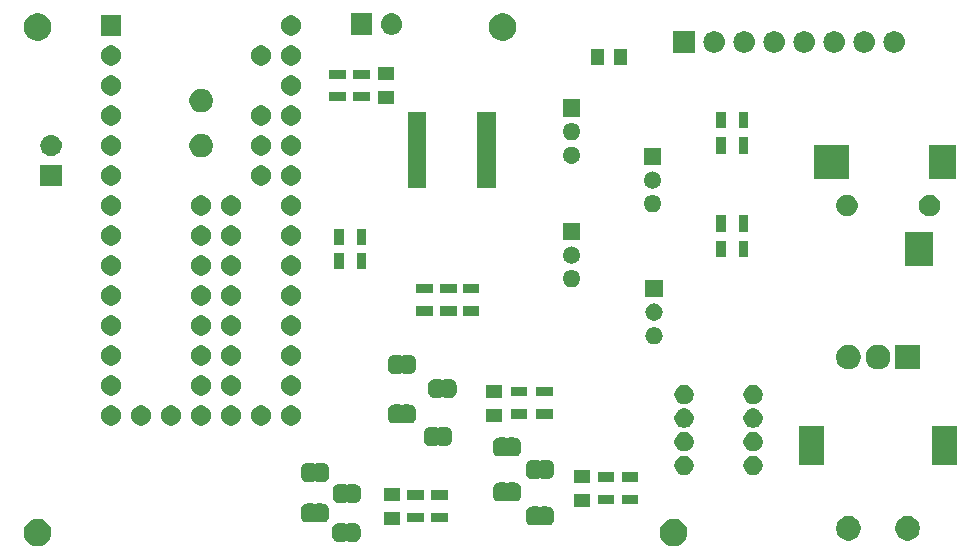
<source format=gbr>
G04 #@! TF.GenerationSoftware,KiCad,Pcbnew,5.0.2-bee76a0~70~ubuntu16.04.1*
G04 #@! TF.CreationDate,2019-04-05T17:34:59-07:00*
G04 #@! TF.ProjectId,volume_control_board,766f6c75-6d65-45f6-936f-6e74726f6c5f,rev?*
G04 #@! TF.SameCoordinates,Original*
G04 #@! TF.FileFunction,Soldermask,Top*
G04 #@! TF.FilePolarity,Negative*
%FSLAX46Y46*%
G04 Gerber Fmt 4.6, Leading zero omitted, Abs format (unit mm)*
G04 Created by KiCad (PCBNEW 5.0.2-bee76a0~70~ubuntu16.04.1) date Fri 05 Apr 2019 05:34:59 PM PDT*
%MOMM*%
%LPD*%
G01*
G04 APERTURE LIST*
%ADD10C,0.100000*%
G04 APERTURE END LIST*
D10*
G36*
X135717734Y-98334232D02*
X135927202Y-98420996D01*
X136115723Y-98546962D01*
X136276038Y-98707277D01*
X136402004Y-98895798D01*
X136488768Y-99105266D01*
X136533000Y-99327635D01*
X136533000Y-99554365D01*
X136488768Y-99776734D01*
X136402004Y-99986202D01*
X136276038Y-100174723D01*
X136115723Y-100335038D01*
X135927202Y-100461004D01*
X135717734Y-100547768D01*
X135495365Y-100592000D01*
X135268635Y-100592000D01*
X135046266Y-100547768D01*
X134836798Y-100461004D01*
X134648277Y-100335038D01*
X134487962Y-100174723D01*
X134361996Y-99986202D01*
X134275232Y-99776734D01*
X134231000Y-99554365D01*
X134231000Y-99327635D01*
X134275232Y-99105266D01*
X134361996Y-98895798D01*
X134487962Y-98707277D01*
X134648277Y-98546962D01*
X134836798Y-98420996D01*
X135046266Y-98334232D01*
X135268635Y-98290000D01*
X135495365Y-98290000D01*
X135717734Y-98334232D01*
X135717734Y-98334232D01*
G37*
G36*
X81869734Y-98334232D02*
X82079202Y-98420996D01*
X82267723Y-98546962D01*
X82428038Y-98707277D01*
X82554004Y-98895798D01*
X82640768Y-99105266D01*
X82685000Y-99327635D01*
X82685000Y-99554365D01*
X82640768Y-99776734D01*
X82554004Y-99986202D01*
X82428038Y-100174723D01*
X82267723Y-100335038D01*
X82079202Y-100461004D01*
X81869734Y-100547768D01*
X81647365Y-100592000D01*
X81420635Y-100592000D01*
X81198266Y-100547768D01*
X80988798Y-100461004D01*
X80800277Y-100335038D01*
X80639962Y-100174723D01*
X80513996Y-99986202D01*
X80427232Y-99776734D01*
X80383000Y-99554365D01*
X80383000Y-99327635D01*
X80427232Y-99105266D01*
X80513996Y-98895798D01*
X80639962Y-98707277D01*
X80800277Y-98546962D01*
X80988798Y-98420996D01*
X81198266Y-98334232D01*
X81420635Y-98290000D01*
X81647365Y-98290000D01*
X81869734Y-98334232D01*
X81869734Y-98334232D01*
G37*
G36*
X107540999Y-98640737D02*
X107550611Y-98643653D01*
X107559469Y-98648388D01*
X107567237Y-98654763D01*
X107577446Y-98667202D01*
X107584372Y-98677568D01*
X107601698Y-98694895D01*
X107622073Y-98708510D01*
X107644711Y-98717888D01*
X107668745Y-98722669D01*
X107693249Y-98722669D01*
X107717283Y-98717889D01*
X107739922Y-98708513D01*
X107760297Y-98694899D01*
X107777624Y-98677573D01*
X107784552Y-98667204D01*
X107794763Y-98654763D01*
X107802531Y-98648388D01*
X107811389Y-98643653D01*
X107821001Y-98640737D01*
X107837140Y-98639148D01*
X108324860Y-98639148D01*
X108343198Y-98640954D01*
X108355450Y-98641556D01*
X108373869Y-98641556D01*
X108396149Y-98643750D01*
X108480236Y-98660476D01*
X108501655Y-98666974D01*
X108580871Y-98699785D01*
X108600607Y-98710335D01*
X108671897Y-98757969D01*
X108689208Y-98772176D01*
X108749824Y-98832792D01*
X108764031Y-98850103D01*
X108811665Y-98921393D01*
X108822215Y-98941129D01*
X108855026Y-99020345D01*
X108861524Y-99041764D01*
X108878250Y-99125851D01*
X108880444Y-99148131D01*
X108880444Y-99166550D01*
X108881046Y-99178802D01*
X108882852Y-99197140D01*
X108882852Y-99684861D01*
X108881046Y-99703198D01*
X108880444Y-99715450D01*
X108880444Y-99733869D01*
X108878250Y-99756149D01*
X108861524Y-99840236D01*
X108855026Y-99861655D01*
X108822215Y-99940871D01*
X108811665Y-99960607D01*
X108764031Y-100031897D01*
X108749824Y-100049208D01*
X108689208Y-100109824D01*
X108671897Y-100124031D01*
X108600607Y-100171665D01*
X108580871Y-100182215D01*
X108501655Y-100215026D01*
X108480236Y-100221524D01*
X108396149Y-100238250D01*
X108373869Y-100240444D01*
X108355450Y-100240444D01*
X108343198Y-100241046D01*
X108324861Y-100242852D01*
X107837140Y-100242852D01*
X107821001Y-100241263D01*
X107811389Y-100238347D01*
X107802531Y-100233612D01*
X107794763Y-100227237D01*
X107784554Y-100214798D01*
X107777628Y-100204432D01*
X107760302Y-100187105D01*
X107739927Y-100173490D01*
X107717289Y-100164112D01*
X107693255Y-100159331D01*
X107668751Y-100159331D01*
X107644717Y-100164111D01*
X107622078Y-100173487D01*
X107601703Y-100187101D01*
X107584376Y-100204427D01*
X107577448Y-100214796D01*
X107567237Y-100227237D01*
X107559469Y-100233612D01*
X107550611Y-100238347D01*
X107540999Y-100241263D01*
X107524860Y-100242852D01*
X107037139Y-100242852D01*
X107018802Y-100241046D01*
X107006550Y-100240444D01*
X106988131Y-100240444D01*
X106965851Y-100238250D01*
X106881764Y-100221524D01*
X106860345Y-100215026D01*
X106781129Y-100182215D01*
X106761393Y-100171665D01*
X106690103Y-100124031D01*
X106672792Y-100109824D01*
X106612176Y-100049208D01*
X106597969Y-100031897D01*
X106550335Y-99960607D01*
X106539785Y-99940871D01*
X106506974Y-99861655D01*
X106500476Y-99840236D01*
X106483750Y-99756149D01*
X106481556Y-99733869D01*
X106481556Y-99715450D01*
X106480954Y-99703198D01*
X106479148Y-99684861D01*
X106479148Y-99197140D01*
X106480954Y-99178802D01*
X106481556Y-99166550D01*
X106481556Y-99148131D01*
X106483750Y-99125851D01*
X106500476Y-99041764D01*
X106506974Y-99020345D01*
X106539785Y-98941129D01*
X106550335Y-98921393D01*
X106597969Y-98850103D01*
X106612176Y-98832792D01*
X106672792Y-98772176D01*
X106690103Y-98757969D01*
X106761393Y-98710335D01*
X106781129Y-98699785D01*
X106860345Y-98666974D01*
X106881764Y-98660476D01*
X106965851Y-98643750D01*
X106988131Y-98641556D01*
X107006550Y-98641556D01*
X107018802Y-98640954D01*
X107037140Y-98639148D01*
X107524860Y-98639148D01*
X107540999Y-98640737D01*
X107540999Y-98640737D01*
G37*
G36*
X155500565Y-98071389D02*
X155691834Y-98150615D01*
X155863976Y-98265637D01*
X156010363Y-98412024D01*
X156125385Y-98584166D01*
X156204611Y-98775435D01*
X156245000Y-98978484D01*
X156245000Y-99185516D01*
X156204611Y-99388565D01*
X156125385Y-99579834D01*
X156010363Y-99751976D01*
X155863976Y-99898363D01*
X155691834Y-100013385D01*
X155500565Y-100092611D01*
X155297516Y-100133000D01*
X155090484Y-100133000D01*
X154887435Y-100092611D01*
X154696166Y-100013385D01*
X154524024Y-99898363D01*
X154377637Y-99751976D01*
X154262615Y-99579834D01*
X154183389Y-99388565D01*
X154143000Y-99185516D01*
X154143000Y-98978484D01*
X154183389Y-98775435D01*
X154262615Y-98584166D01*
X154377637Y-98412024D01*
X154524024Y-98265637D01*
X154696166Y-98150615D01*
X154887435Y-98071389D01*
X155090484Y-98031000D01*
X155297516Y-98031000D01*
X155500565Y-98071389D01*
X155500565Y-98071389D01*
G37*
G36*
X150500565Y-98071389D02*
X150691834Y-98150615D01*
X150863976Y-98265637D01*
X151010363Y-98412024D01*
X151125385Y-98584166D01*
X151204611Y-98775435D01*
X151245000Y-98978484D01*
X151245000Y-99185516D01*
X151204611Y-99388565D01*
X151125385Y-99579834D01*
X151010363Y-99751976D01*
X150863976Y-99898363D01*
X150691834Y-100013385D01*
X150500565Y-100092611D01*
X150297516Y-100133000D01*
X150090484Y-100133000D01*
X149887435Y-100092611D01*
X149696166Y-100013385D01*
X149524024Y-99898363D01*
X149377637Y-99751976D01*
X149262615Y-99579834D01*
X149183389Y-99388565D01*
X149143000Y-99185516D01*
X149143000Y-98978484D01*
X149183389Y-98775435D01*
X149262615Y-98584166D01*
X149377637Y-98412024D01*
X149524024Y-98265637D01*
X149696166Y-98150615D01*
X149887435Y-98071389D01*
X150090484Y-98031000D01*
X150297516Y-98031000D01*
X150500565Y-98071389D01*
X150500565Y-98071389D01*
G37*
G36*
X123923999Y-97243737D02*
X123933611Y-97246653D01*
X123942469Y-97251388D01*
X123950237Y-97257763D01*
X123960446Y-97270202D01*
X123967372Y-97280568D01*
X123984698Y-97297895D01*
X124005073Y-97311510D01*
X124027711Y-97320888D01*
X124051745Y-97325669D01*
X124076249Y-97325669D01*
X124100283Y-97320889D01*
X124122922Y-97311513D01*
X124143297Y-97297899D01*
X124160624Y-97280573D01*
X124167552Y-97270204D01*
X124177763Y-97257763D01*
X124185531Y-97251388D01*
X124194389Y-97246653D01*
X124204001Y-97243737D01*
X124220140Y-97242148D01*
X124707860Y-97242148D01*
X124726198Y-97243954D01*
X124738450Y-97244556D01*
X124756869Y-97244556D01*
X124779149Y-97246750D01*
X124863236Y-97263476D01*
X124884655Y-97269974D01*
X124963871Y-97302785D01*
X124983607Y-97313335D01*
X125054897Y-97360969D01*
X125072208Y-97375176D01*
X125132824Y-97435792D01*
X125147031Y-97453103D01*
X125194665Y-97524393D01*
X125205215Y-97544129D01*
X125238026Y-97623345D01*
X125244524Y-97644764D01*
X125261250Y-97728851D01*
X125263444Y-97751131D01*
X125263444Y-97769550D01*
X125264046Y-97781802D01*
X125265852Y-97800140D01*
X125265852Y-98287861D01*
X125264046Y-98306198D01*
X125263444Y-98318450D01*
X125263444Y-98336869D01*
X125261250Y-98359149D01*
X125244524Y-98443236D01*
X125238026Y-98464655D01*
X125205215Y-98543871D01*
X125194665Y-98563607D01*
X125147031Y-98634897D01*
X125132824Y-98652208D01*
X125072208Y-98712824D01*
X125054897Y-98727031D01*
X124983607Y-98774665D01*
X124963871Y-98785215D01*
X124884655Y-98818026D01*
X124863236Y-98824524D01*
X124779149Y-98841250D01*
X124756869Y-98843444D01*
X124738450Y-98843444D01*
X124726198Y-98844046D01*
X124707861Y-98845852D01*
X124220140Y-98845852D01*
X124204001Y-98844263D01*
X124194389Y-98841347D01*
X124185531Y-98836612D01*
X124177763Y-98830237D01*
X124167554Y-98817798D01*
X124160628Y-98807432D01*
X124143302Y-98790105D01*
X124122927Y-98776490D01*
X124100289Y-98767112D01*
X124076255Y-98762331D01*
X124051751Y-98762331D01*
X124027717Y-98767111D01*
X124005078Y-98776487D01*
X123984703Y-98790101D01*
X123967376Y-98807427D01*
X123960448Y-98817796D01*
X123950237Y-98830237D01*
X123942469Y-98836612D01*
X123933611Y-98841347D01*
X123923999Y-98844263D01*
X123907860Y-98845852D01*
X123420139Y-98845852D01*
X123401802Y-98844046D01*
X123389550Y-98843444D01*
X123371131Y-98843444D01*
X123348851Y-98841250D01*
X123264764Y-98824524D01*
X123243345Y-98818026D01*
X123164129Y-98785215D01*
X123144393Y-98774665D01*
X123073103Y-98727031D01*
X123055792Y-98712824D01*
X122995176Y-98652208D01*
X122980969Y-98634897D01*
X122933335Y-98563607D01*
X122922785Y-98543871D01*
X122889974Y-98464655D01*
X122883476Y-98443236D01*
X122866750Y-98359149D01*
X122864556Y-98336869D01*
X122864556Y-98318450D01*
X122863954Y-98306198D01*
X122862148Y-98287861D01*
X122862148Y-97800140D01*
X122863954Y-97781802D01*
X122864556Y-97769550D01*
X122864556Y-97751131D01*
X122866750Y-97728851D01*
X122883476Y-97644764D01*
X122889974Y-97623345D01*
X122922785Y-97544129D01*
X122933335Y-97524393D01*
X122980969Y-97453103D01*
X122995176Y-97435792D01*
X123055792Y-97375176D01*
X123073103Y-97360969D01*
X123144393Y-97313335D01*
X123164129Y-97302785D01*
X123243345Y-97269974D01*
X123264764Y-97263476D01*
X123348851Y-97246750D01*
X123371131Y-97244556D01*
X123389550Y-97244556D01*
X123401802Y-97243954D01*
X123420140Y-97242148D01*
X123907860Y-97242148D01*
X123923999Y-97243737D01*
X123923999Y-97243737D01*
G37*
G36*
X112182000Y-98817000D02*
X110830000Y-98817000D01*
X110830000Y-97715000D01*
X112182000Y-97715000D01*
X112182000Y-98817000D01*
X112182000Y-98817000D01*
G37*
G36*
X104873999Y-96989737D02*
X104883611Y-96992653D01*
X104892469Y-96997388D01*
X104900237Y-97003763D01*
X104910446Y-97016202D01*
X104917372Y-97026568D01*
X104934698Y-97043895D01*
X104955073Y-97057510D01*
X104977711Y-97066888D01*
X105001745Y-97071669D01*
X105026249Y-97071669D01*
X105050283Y-97066889D01*
X105072922Y-97057513D01*
X105093297Y-97043899D01*
X105110624Y-97026573D01*
X105117552Y-97016204D01*
X105127763Y-97003763D01*
X105135531Y-96997388D01*
X105144389Y-96992653D01*
X105154001Y-96989737D01*
X105170140Y-96988148D01*
X105657860Y-96988148D01*
X105676198Y-96989954D01*
X105688450Y-96990556D01*
X105706869Y-96990556D01*
X105729149Y-96992750D01*
X105813236Y-97009476D01*
X105834655Y-97015974D01*
X105913871Y-97048785D01*
X105933607Y-97059335D01*
X106004897Y-97106969D01*
X106022208Y-97121176D01*
X106082824Y-97181792D01*
X106097031Y-97199103D01*
X106144665Y-97270393D01*
X106155215Y-97290129D01*
X106188026Y-97369345D01*
X106194524Y-97390764D01*
X106211250Y-97474851D01*
X106213444Y-97497131D01*
X106213444Y-97515550D01*
X106214046Y-97527802D01*
X106215852Y-97546140D01*
X106215852Y-98033861D01*
X106214046Y-98052198D01*
X106213444Y-98064450D01*
X106213444Y-98082869D01*
X106211250Y-98105149D01*
X106194524Y-98189236D01*
X106188026Y-98210655D01*
X106155215Y-98289871D01*
X106144665Y-98309607D01*
X106097031Y-98380897D01*
X106082824Y-98398208D01*
X106022208Y-98458824D01*
X106004897Y-98473031D01*
X105933607Y-98520665D01*
X105913871Y-98531215D01*
X105834655Y-98564026D01*
X105813236Y-98570524D01*
X105729149Y-98587250D01*
X105706869Y-98589444D01*
X105688450Y-98589444D01*
X105676198Y-98590046D01*
X105657861Y-98591852D01*
X105170140Y-98591852D01*
X105154001Y-98590263D01*
X105144389Y-98587347D01*
X105135531Y-98582612D01*
X105127763Y-98576237D01*
X105117554Y-98563798D01*
X105110628Y-98553432D01*
X105093302Y-98536105D01*
X105072927Y-98522490D01*
X105050289Y-98513112D01*
X105026255Y-98508331D01*
X105001751Y-98508331D01*
X104977717Y-98513111D01*
X104955078Y-98522487D01*
X104934703Y-98536101D01*
X104917376Y-98553427D01*
X104910448Y-98563796D01*
X104900237Y-98576237D01*
X104892469Y-98582612D01*
X104883611Y-98587347D01*
X104873999Y-98590263D01*
X104857860Y-98591852D01*
X104370139Y-98591852D01*
X104351802Y-98590046D01*
X104339550Y-98589444D01*
X104321131Y-98589444D01*
X104298851Y-98587250D01*
X104214764Y-98570524D01*
X104193345Y-98564026D01*
X104114129Y-98531215D01*
X104094393Y-98520665D01*
X104023103Y-98473031D01*
X104005792Y-98458824D01*
X103945176Y-98398208D01*
X103930969Y-98380897D01*
X103883335Y-98309607D01*
X103872785Y-98289871D01*
X103839974Y-98210655D01*
X103833476Y-98189236D01*
X103816750Y-98105149D01*
X103814556Y-98082869D01*
X103814556Y-98064450D01*
X103813954Y-98052198D01*
X103812148Y-98033861D01*
X103812148Y-97546139D01*
X103813954Y-97527802D01*
X103814556Y-97515550D01*
X103814556Y-97497131D01*
X103816750Y-97474851D01*
X103833476Y-97390764D01*
X103839974Y-97369345D01*
X103872785Y-97290129D01*
X103883335Y-97270393D01*
X103930969Y-97199103D01*
X103945176Y-97181792D01*
X104005792Y-97121176D01*
X104023103Y-97106969D01*
X104094393Y-97059335D01*
X104114129Y-97048785D01*
X104193345Y-97015974D01*
X104214764Y-97009476D01*
X104298851Y-96992750D01*
X104321131Y-96990556D01*
X104339550Y-96990556D01*
X104351802Y-96989954D01*
X104370140Y-96988148D01*
X104857860Y-96988148D01*
X104873999Y-96989737D01*
X104873999Y-96989737D01*
G37*
G36*
X116271000Y-98567000D02*
X114869000Y-98567000D01*
X114869000Y-97765000D01*
X116271000Y-97765000D01*
X116271000Y-98567000D01*
X116271000Y-98567000D01*
G37*
G36*
X114239000Y-98567000D02*
X112837000Y-98567000D01*
X112837000Y-97765000D01*
X114239000Y-97765000D01*
X114239000Y-98567000D01*
X114239000Y-98567000D01*
G37*
G36*
X128311000Y-97293000D02*
X126959000Y-97293000D01*
X126959000Y-96191000D01*
X128311000Y-96191000D01*
X128311000Y-97293000D01*
X128311000Y-97293000D01*
G37*
G36*
X132400000Y-97048000D02*
X130998000Y-97048000D01*
X130998000Y-96246000D01*
X132400000Y-96246000D01*
X132400000Y-97048000D01*
X132400000Y-97048000D01*
G37*
G36*
X130368000Y-97048000D02*
X128966000Y-97048000D01*
X128966000Y-96246000D01*
X130368000Y-96246000D01*
X130368000Y-97048000D01*
X130368000Y-97048000D01*
G37*
G36*
X107570999Y-95338737D02*
X107580611Y-95341653D01*
X107589469Y-95346388D01*
X107597237Y-95352763D01*
X107607446Y-95365202D01*
X107614372Y-95375568D01*
X107631698Y-95392895D01*
X107652073Y-95406510D01*
X107674711Y-95415888D01*
X107698745Y-95420669D01*
X107723249Y-95420669D01*
X107747283Y-95415889D01*
X107769922Y-95406513D01*
X107790297Y-95392899D01*
X107807624Y-95375573D01*
X107814552Y-95365204D01*
X107824763Y-95352763D01*
X107832531Y-95346388D01*
X107841389Y-95341653D01*
X107851001Y-95338737D01*
X107867140Y-95337148D01*
X108354860Y-95337148D01*
X108373198Y-95338954D01*
X108385450Y-95339556D01*
X108403869Y-95339556D01*
X108426149Y-95341750D01*
X108510236Y-95358476D01*
X108531655Y-95364974D01*
X108610871Y-95397785D01*
X108630607Y-95408335D01*
X108701897Y-95455969D01*
X108719208Y-95470176D01*
X108779824Y-95530792D01*
X108794031Y-95548103D01*
X108841665Y-95619393D01*
X108852215Y-95639129D01*
X108885026Y-95718345D01*
X108891524Y-95739764D01*
X108908250Y-95823851D01*
X108910444Y-95846131D01*
X108910444Y-95864550D01*
X108911046Y-95876802D01*
X108912852Y-95895140D01*
X108912852Y-96382861D01*
X108911046Y-96401198D01*
X108910444Y-96413450D01*
X108910444Y-96431869D01*
X108908250Y-96454149D01*
X108891524Y-96538236D01*
X108885026Y-96559655D01*
X108852215Y-96638871D01*
X108841665Y-96658607D01*
X108794031Y-96729897D01*
X108779824Y-96747208D01*
X108719208Y-96807824D01*
X108701897Y-96822031D01*
X108630607Y-96869665D01*
X108610871Y-96880215D01*
X108531655Y-96913026D01*
X108510236Y-96919524D01*
X108426149Y-96936250D01*
X108403869Y-96938444D01*
X108385450Y-96938444D01*
X108373198Y-96939046D01*
X108354861Y-96940852D01*
X107867140Y-96940852D01*
X107851001Y-96939263D01*
X107841389Y-96936347D01*
X107832531Y-96931612D01*
X107824763Y-96925237D01*
X107814554Y-96912798D01*
X107807628Y-96902432D01*
X107790302Y-96885105D01*
X107769927Y-96871490D01*
X107747289Y-96862112D01*
X107723255Y-96857331D01*
X107698751Y-96857331D01*
X107674717Y-96862111D01*
X107652078Y-96871487D01*
X107631703Y-96885101D01*
X107614376Y-96902427D01*
X107607448Y-96912796D01*
X107597237Y-96925237D01*
X107589469Y-96931612D01*
X107580611Y-96936347D01*
X107570999Y-96939263D01*
X107554860Y-96940852D01*
X107067139Y-96940852D01*
X107048802Y-96939046D01*
X107036550Y-96938444D01*
X107018131Y-96938444D01*
X106995851Y-96936250D01*
X106911764Y-96919524D01*
X106890345Y-96913026D01*
X106811129Y-96880215D01*
X106791393Y-96869665D01*
X106720103Y-96822031D01*
X106702792Y-96807824D01*
X106642176Y-96747208D01*
X106627969Y-96729897D01*
X106580335Y-96658607D01*
X106569785Y-96638871D01*
X106536974Y-96559655D01*
X106530476Y-96538236D01*
X106513750Y-96454149D01*
X106511556Y-96431869D01*
X106511556Y-96413450D01*
X106510954Y-96401198D01*
X106509148Y-96382861D01*
X106509148Y-95895140D01*
X106510954Y-95876802D01*
X106511556Y-95864550D01*
X106511556Y-95846131D01*
X106513750Y-95823851D01*
X106530476Y-95739764D01*
X106536974Y-95718345D01*
X106569785Y-95639129D01*
X106580335Y-95619393D01*
X106627969Y-95548103D01*
X106642176Y-95530792D01*
X106702792Y-95470176D01*
X106720103Y-95455969D01*
X106791393Y-95408335D01*
X106811129Y-95397785D01*
X106890345Y-95364974D01*
X106911764Y-95358476D01*
X106995851Y-95341750D01*
X107018131Y-95339556D01*
X107036550Y-95339556D01*
X107048802Y-95338954D01*
X107067140Y-95337148D01*
X107554860Y-95337148D01*
X107570999Y-95338737D01*
X107570999Y-95338737D01*
G37*
G36*
X112182000Y-96817000D02*
X110830000Y-96817000D01*
X110830000Y-95715000D01*
X112182000Y-95715000D01*
X112182000Y-96817000D01*
X112182000Y-96817000D01*
G37*
G36*
X121144999Y-95211737D02*
X121154611Y-95214653D01*
X121163469Y-95219388D01*
X121171237Y-95225763D01*
X121181446Y-95238202D01*
X121188372Y-95248568D01*
X121205698Y-95265895D01*
X121226073Y-95279510D01*
X121248711Y-95288888D01*
X121272745Y-95293669D01*
X121297249Y-95293669D01*
X121321283Y-95288889D01*
X121343922Y-95279513D01*
X121364297Y-95265899D01*
X121381624Y-95248573D01*
X121388552Y-95238204D01*
X121398763Y-95225763D01*
X121406531Y-95219388D01*
X121415389Y-95214653D01*
X121425001Y-95211737D01*
X121441140Y-95210148D01*
X121928860Y-95210148D01*
X121947198Y-95211954D01*
X121959450Y-95212556D01*
X121977869Y-95212556D01*
X122000149Y-95214750D01*
X122084236Y-95231476D01*
X122105655Y-95237974D01*
X122184871Y-95270785D01*
X122204607Y-95281335D01*
X122275897Y-95328969D01*
X122293208Y-95343176D01*
X122353824Y-95403792D01*
X122368031Y-95421103D01*
X122415665Y-95492393D01*
X122426215Y-95512129D01*
X122459026Y-95591345D01*
X122465524Y-95612764D01*
X122482250Y-95696851D01*
X122484444Y-95719131D01*
X122484444Y-95737550D01*
X122485046Y-95749802D01*
X122486852Y-95768140D01*
X122486852Y-96255861D01*
X122485046Y-96274198D01*
X122484444Y-96286450D01*
X122484444Y-96304869D01*
X122482250Y-96327149D01*
X122465524Y-96411236D01*
X122459026Y-96432655D01*
X122426215Y-96511871D01*
X122415665Y-96531607D01*
X122368031Y-96602897D01*
X122353824Y-96620208D01*
X122293208Y-96680824D01*
X122275897Y-96695031D01*
X122204607Y-96742665D01*
X122184871Y-96753215D01*
X122105655Y-96786026D01*
X122084236Y-96792524D01*
X122000149Y-96809250D01*
X121977869Y-96811444D01*
X121959450Y-96811444D01*
X121947198Y-96812046D01*
X121928861Y-96813852D01*
X121441140Y-96813852D01*
X121425001Y-96812263D01*
X121415389Y-96809347D01*
X121406531Y-96804612D01*
X121398763Y-96798237D01*
X121388554Y-96785798D01*
X121381628Y-96775432D01*
X121364302Y-96758105D01*
X121343927Y-96744490D01*
X121321289Y-96735112D01*
X121297255Y-96730331D01*
X121272751Y-96730331D01*
X121248717Y-96735111D01*
X121226078Y-96744487D01*
X121205703Y-96758101D01*
X121188376Y-96775427D01*
X121181448Y-96785796D01*
X121171237Y-96798237D01*
X121163469Y-96804612D01*
X121154611Y-96809347D01*
X121144999Y-96812263D01*
X121128860Y-96813852D01*
X120641139Y-96813852D01*
X120622802Y-96812046D01*
X120610550Y-96811444D01*
X120592131Y-96811444D01*
X120569851Y-96809250D01*
X120485764Y-96792524D01*
X120464345Y-96786026D01*
X120385129Y-96753215D01*
X120365393Y-96742665D01*
X120294103Y-96695031D01*
X120276792Y-96680824D01*
X120216176Y-96620208D01*
X120201969Y-96602897D01*
X120154335Y-96531607D01*
X120143785Y-96511871D01*
X120110974Y-96432655D01*
X120104476Y-96411236D01*
X120087750Y-96327149D01*
X120085556Y-96304869D01*
X120085556Y-96286450D01*
X120084954Y-96274198D01*
X120083148Y-96255861D01*
X120083148Y-95768140D01*
X120084954Y-95749802D01*
X120085556Y-95737550D01*
X120085556Y-95719131D01*
X120087750Y-95696851D01*
X120104476Y-95612764D01*
X120110974Y-95591345D01*
X120143785Y-95512129D01*
X120154335Y-95492393D01*
X120201969Y-95421103D01*
X120216176Y-95403792D01*
X120276792Y-95343176D01*
X120294103Y-95328969D01*
X120365393Y-95281335D01*
X120385129Y-95270785D01*
X120464345Y-95237974D01*
X120485764Y-95231476D01*
X120569851Y-95214750D01*
X120592131Y-95212556D01*
X120610550Y-95212556D01*
X120622802Y-95211954D01*
X120641140Y-95210148D01*
X121128860Y-95210148D01*
X121144999Y-95211737D01*
X121144999Y-95211737D01*
G37*
G36*
X114239000Y-96667000D02*
X112837000Y-96667000D01*
X112837000Y-95865000D01*
X114239000Y-95865000D01*
X114239000Y-96667000D01*
X114239000Y-96667000D01*
G37*
G36*
X116271000Y-96667000D02*
X114869000Y-96667000D01*
X114869000Y-95865000D01*
X116271000Y-95865000D01*
X116271000Y-96667000D01*
X116271000Y-96667000D01*
G37*
G36*
X128311000Y-95293000D02*
X126959000Y-95293000D01*
X126959000Y-94191000D01*
X128311000Y-94191000D01*
X128311000Y-95293000D01*
X128311000Y-95293000D01*
G37*
G36*
X104888999Y-93560737D02*
X104898611Y-93563653D01*
X104907469Y-93568388D01*
X104915237Y-93574763D01*
X104925446Y-93587202D01*
X104932372Y-93597568D01*
X104949698Y-93614895D01*
X104970073Y-93628510D01*
X104992711Y-93637888D01*
X105016745Y-93642669D01*
X105041249Y-93642669D01*
X105065283Y-93637889D01*
X105087922Y-93628513D01*
X105108297Y-93614899D01*
X105125624Y-93597573D01*
X105132552Y-93587204D01*
X105142763Y-93574763D01*
X105150531Y-93568388D01*
X105159389Y-93563653D01*
X105169001Y-93560737D01*
X105185140Y-93559148D01*
X105672860Y-93559148D01*
X105691198Y-93560954D01*
X105703450Y-93561556D01*
X105721869Y-93561556D01*
X105744149Y-93563750D01*
X105828236Y-93580476D01*
X105849655Y-93586974D01*
X105928871Y-93619785D01*
X105948607Y-93630335D01*
X106019897Y-93677969D01*
X106037208Y-93692176D01*
X106097824Y-93752792D01*
X106112031Y-93770103D01*
X106159665Y-93841393D01*
X106170215Y-93861129D01*
X106203026Y-93940345D01*
X106209524Y-93961764D01*
X106226250Y-94045851D01*
X106228444Y-94068131D01*
X106228444Y-94086550D01*
X106229046Y-94098802D01*
X106230852Y-94117140D01*
X106230852Y-94604861D01*
X106229046Y-94623198D01*
X106228444Y-94635450D01*
X106228444Y-94653869D01*
X106226250Y-94676149D01*
X106209524Y-94760236D01*
X106203026Y-94781655D01*
X106170215Y-94860871D01*
X106159665Y-94880607D01*
X106112031Y-94951897D01*
X106097824Y-94969208D01*
X106037208Y-95029824D01*
X106019897Y-95044031D01*
X105948607Y-95091665D01*
X105928871Y-95102215D01*
X105849655Y-95135026D01*
X105828236Y-95141524D01*
X105744149Y-95158250D01*
X105721869Y-95160444D01*
X105703450Y-95160444D01*
X105691198Y-95161046D01*
X105672861Y-95162852D01*
X105185140Y-95162852D01*
X105169001Y-95161263D01*
X105159389Y-95158347D01*
X105150531Y-95153612D01*
X105142763Y-95147237D01*
X105132554Y-95134798D01*
X105125628Y-95124432D01*
X105108302Y-95107105D01*
X105087927Y-95093490D01*
X105065289Y-95084112D01*
X105041255Y-95079331D01*
X105016751Y-95079331D01*
X104992717Y-95084111D01*
X104970078Y-95093487D01*
X104949703Y-95107101D01*
X104932376Y-95124427D01*
X104925448Y-95134796D01*
X104915237Y-95147237D01*
X104907469Y-95153612D01*
X104898611Y-95158347D01*
X104888999Y-95161263D01*
X104872860Y-95162852D01*
X104385139Y-95162852D01*
X104366802Y-95161046D01*
X104354550Y-95160444D01*
X104336131Y-95160444D01*
X104313851Y-95158250D01*
X104229764Y-95141524D01*
X104208345Y-95135026D01*
X104129129Y-95102215D01*
X104109393Y-95091665D01*
X104038103Y-95044031D01*
X104020792Y-95029824D01*
X103960176Y-94969208D01*
X103945969Y-94951897D01*
X103898335Y-94880607D01*
X103887785Y-94860871D01*
X103854974Y-94781655D01*
X103848476Y-94760236D01*
X103831750Y-94676149D01*
X103829556Y-94653869D01*
X103829556Y-94635450D01*
X103828954Y-94623198D01*
X103827148Y-94604861D01*
X103827148Y-94117140D01*
X103828954Y-94098802D01*
X103829556Y-94086550D01*
X103829556Y-94068131D01*
X103831750Y-94045851D01*
X103848476Y-93961764D01*
X103854974Y-93940345D01*
X103887785Y-93861129D01*
X103898335Y-93841393D01*
X103945969Y-93770103D01*
X103960176Y-93752792D01*
X104020792Y-93692176D01*
X104038103Y-93677969D01*
X104109393Y-93630335D01*
X104129129Y-93619785D01*
X104208345Y-93586974D01*
X104229764Y-93580476D01*
X104313851Y-93563750D01*
X104336131Y-93561556D01*
X104354550Y-93561556D01*
X104366802Y-93560954D01*
X104385140Y-93559148D01*
X104872860Y-93559148D01*
X104888999Y-93560737D01*
X104888999Y-93560737D01*
G37*
G36*
X132400000Y-95148000D02*
X130998000Y-95148000D01*
X130998000Y-94346000D01*
X132400000Y-94346000D01*
X132400000Y-95148000D01*
X132400000Y-95148000D01*
G37*
G36*
X130368000Y-95148000D02*
X128966000Y-95148000D01*
X128966000Y-94346000D01*
X130368000Y-94346000D01*
X130368000Y-95148000D01*
X130368000Y-95148000D01*
G37*
G36*
X123923999Y-93306737D02*
X123933611Y-93309653D01*
X123942469Y-93314388D01*
X123950237Y-93320763D01*
X123960446Y-93333202D01*
X123967372Y-93343568D01*
X123984698Y-93360895D01*
X124005073Y-93374510D01*
X124027711Y-93383888D01*
X124051745Y-93388669D01*
X124076249Y-93388669D01*
X124100283Y-93383889D01*
X124122922Y-93374513D01*
X124143297Y-93360899D01*
X124160624Y-93343573D01*
X124167552Y-93333204D01*
X124177763Y-93320763D01*
X124185531Y-93314388D01*
X124194389Y-93309653D01*
X124204001Y-93306737D01*
X124220140Y-93305148D01*
X124707860Y-93305148D01*
X124726198Y-93306954D01*
X124738450Y-93307556D01*
X124756869Y-93307556D01*
X124779149Y-93309750D01*
X124863236Y-93326476D01*
X124884655Y-93332974D01*
X124963871Y-93365785D01*
X124983607Y-93376335D01*
X125054897Y-93423969D01*
X125072208Y-93438176D01*
X125132824Y-93498792D01*
X125147031Y-93516103D01*
X125194665Y-93587393D01*
X125205215Y-93607129D01*
X125238026Y-93686345D01*
X125244524Y-93707764D01*
X125261250Y-93791851D01*
X125263444Y-93814131D01*
X125263444Y-93832550D01*
X125264046Y-93844802D01*
X125265852Y-93863140D01*
X125265852Y-94350861D01*
X125264046Y-94369198D01*
X125263444Y-94381450D01*
X125263444Y-94399869D01*
X125261250Y-94422149D01*
X125244524Y-94506236D01*
X125238026Y-94527655D01*
X125205215Y-94606871D01*
X125194665Y-94626607D01*
X125147031Y-94697897D01*
X125132824Y-94715208D01*
X125072208Y-94775824D01*
X125054897Y-94790031D01*
X124983607Y-94837665D01*
X124963871Y-94848215D01*
X124884655Y-94881026D01*
X124863236Y-94887524D01*
X124779149Y-94904250D01*
X124756869Y-94906444D01*
X124738450Y-94906444D01*
X124726198Y-94907046D01*
X124707861Y-94908852D01*
X124220140Y-94908852D01*
X124204001Y-94907263D01*
X124194389Y-94904347D01*
X124185531Y-94899612D01*
X124177763Y-94893237D01*
X124167554Y-94880798D01*
X124160628Y-94870432D01*
X124143302Y-94853105D01*
X124122927Y-94839490D01*
X124100289Y-94830112D01*
X124076255Y-94825331D01*
X124051751Y-94825331D01*
X124027717Y-94830111D01*
X124005078Y-94839487D01*
X123984703Y-94853101D01*
X123967376Y-94870427D01*
X123960448Y-94880796D01*
X123950237Y-94893237D01*
X123942469Y-94899612D01*
X123933611Y-94904347D01*
X123923999Y-94907263D01*
X123907860Y-94908852D01*
X123420139Y-94908852D01*
X123401802Y-94907046D01*
X123389550Y-94906444D01*
X123371131Y-94906444D01*
X123348851Y-94904250D01*
X123264764Y-94887524D01*
X123243345Y-94881026D01*
X123164129Y-94848215D01*
X123144393Y-94837665D01*
X123073103Y-94790031D01*
X123055792Y-94775824D01*
X122995176Y-94715208D01*
X122980969Y-94697897D01*
X122933335Y-94626607D01*
X122922785Y-94606871D01*
X122889974Y-94527655D01*
X122883476Y-94506236D01*
X122866750Y-94422149D01*
X122864556Y-94399869D01*
X122864556Y-94381450D01*
X122863954Y-94369198D01*
X122862148Y-94350861D01*
X122862148Y-93863140D01*
X122863954Y-93844802D01*
X122864556Y-93832550D01*
X122864556Y-93814131D01*
X122866750Y-93791851D01*
X122883476Y-93707764D01*
X122889974Y-93686345D01*
X122922785Y-93607129D01*
X122933335Y-93587393D01*
X122980969Y-93516103D01*
X122995176Y-93498792D01*
X123055792Y-93438176D01*
X123073103Y-93423969D01*
X123144393Y-93376335D01*
X123164129Y-93365785D01*
X123243345Y-93332974D01*
X123264764Y-93326476D01*
X123348851Y-93309750D01*
X123371131Y-93307556D01*
X123389550Y-93307556D01*
X123401802Y-93306954D01*
X123420140Y-93305148D01*
X123907860Y-93305148D01*
X123923999Y-93306737D01*
X123923999Y-93306737D01*
G37*
G36*
X142350142Y-92975242D02*
X142498102Y-93036530D01*
X142631258Y-93125502D01*
X142744498Y-93238742D01*
X142826121Y-93360899D01*
X142833471Y-93371900D01*
X142838437Y-93383889D01*
X142894758Y-93519858D01*
X142926000Y-93676925D01*
X142926000Y-93837075D01*
X142894758Y-93994142D01*
X142833470Y-94142102D01*
X142744498Y-94275258D01*
X142631258Y-94388498D01*
X142498102Y-94477470D01*
X142350142Y-94538758D01*
X142193075Y-94570000D01*
X142032925Y-94570000D01*
X141875858Y-94538758D01*
X141727898Y-94477470D01*
X141594742Y-94388498D01*
X141481502Y-94275258D01*
X141392530Y-94142102D01*
X141331242Y-93994142D01*
X141300000Y-93837075D01*
X141300000Y-93676925D01*
X141331242Y-93519858D01*
X141387563Y-93383889D01*
X141392529Y-93371900D01*
X141399880Y-93360899D01*
X141481502Y-93238742D01*
X141594742Y-93125502D01*
X141727898Y-93036530D01*
X141875858Y-92975242D01*
X142032925Y-92944000D01*
X142193075Y-92944000D01*
X142350142Y-92975242D01*
X142350142Y-92975242D01*
G37*
G36*
X136508142Y-92975242D02*
X136656102Y-93036530D01*
X136789258Y-93125502D01*
X136902498Y-93238742D01*
X136984121Y-93360899D01*
X136991471Y-93371900D01*
X136996437Y-93383889D01*
X137052758Y-93519858D01*
X137084000Y-93676925D01*
X137084000Y-93837075D01*
X137052758Y-93994142D01*
X136991470Y-94142102D01*
X136902498Y-94275258D01*
X136789258Y-94388498D01*
X136656102Y-94477470D01*
X136508142Y-94538758D01*
X136351075Y-94570000D01*
X136190925Y-94570000D01*
X136033858Y-94538758D01*
X135885898Y-94477470D01*
X135752742Y-94388498D01*
X135639502Y-94275258D01*
X135550530Y-94142102D01*
X135489242Y-93994142D01*
X135458000Y-93837075D01*
X135458000Y-93676925D01*
X135489242Y-93519858D01*
X135545563Y-93383889D01*
X135550529Y-93371900D01*
X135557880Y-93360899D01*
X135639502Y-93238742D01*
X135752742Y-93125502D01*
X135885898Y-93036530D01*
X136033858Y-92975242D01*
X136190925Y-92944000D01*
X136351075Y-92944000D01*
X136508142Y-92975242D01*
X136508142Y-92975242D01*
G37*
G36*
X148145000Y-93733000D02*
X146043000Y-93733000D01*
X146043000Y-90431000D01*
X148145000Y-90431000D01*
X148145000Y-93733000D01*
X148145000Y-93733000D01*
G37*
G36*
X159345000Y-93733000D02*
X157243000Y-93733000D01*
X157243000Y-90431000D01*
X159345000Y-90431000D01*
X159345000Y-93733000D01*
X159345000Y-93733000D01*
G37*
G36*
X121129999Y-91401737D02*
X121139611Y-91404653D01*
X121148469Y-91409388D01*
X121156237Y-91415763D01*
X121166446Y-91428202D01*
X121173372Y-91438568D01*
X121190698Y-91455895D01*
X121211073Y-91469510D01*
X121233711Y-91478888D01*
X121257745Y-91483669D01*
X121282249Y-91483669D01*
X121306283Y-91478889D01*
X121328922Y-91469513D01*
X121349297Y-91455899D01*
X121366624Y-91438573D01*
X121373552Y-91428204D01*
X121383763Y-91415763D01*
X121391531Y-91409388D01*
X121400389Y-91404653D01*
X121410001Y-91401737D01*
X121426140Y-91400148D01*
X121913860Y-91400148D01*
X121932198Y-91401954D01*
X121944450Y-91402556D01*
X121962869Y-91402556D01*
X121985149Y-91404750D01*
X122069236Y-91421476D01*
X122090655Y-91427974D01*
X122169871Y-91460785D01*
X122189607Y-91471335D01*
X122260897Y-91518969D01*
X122278208Y-91533176D01*
X122338824Y-91593792D01*
X122353031Y-91611103D01*
X122400665Y-91682393D01*
X122411215Y-91702129D01*
X122444026Y-91781345D01*
X122450524Y-91802764D01*
X122467250Y-91886851D01*
X122469444Y-91909131D01*
X122469444Y-91927550D01*
X122470046Y-91939802D01*
X122471852Y-91958140D01*
X122471852Y-92445861D01*
X122470046Y-92464198D01*
X122469444Y-92476450D01*
X122469444Y-92494869D01*
X122467250Y-92517149D01*
X122450524Y-92601236D01*
X122444026Y-92622655D01*
X122411215Y-92701871D01*
X122400665Y-92721607D01*
X122353031Y-92792897D01*
X122338824Y-92810208D01*
X122278208Y-92870824D01*
X122260897Y-92885031D01*
X122189607Y-92932665D01*
X122169871Y-92943215D01*
X122090655Y-92976026D01*
X122069236Y-92982524D01*
X121985149Y-92999250D01*
X121962869Y-93001444D01*
X121944450Y-93001444D01*
X121932198Y-93002046D01*
X121913861Y-93003852D01*
X121426140Y-93003852D01*
X121410001Y-93002263D01*
X121400389Y-92999347D01*
X121391531Y-92994612D01*
X121383763Y-92988237D01*
X121373554Y-92975798D01*
X121366628Y-92965432D01*
X121349302Y-92948105D01*
X121328927Y-92934490D01*
X121306289Y-92925112D01*
X121282255Y-92920331D01*
X121257751Y-92920331D01*
X121233717Y-92925111D01*
X121211078Y-92934487D01*
X121190703Y-92948101D01*
X121173376Y-92965427D01*
X121166448Y-92975796D01*
X121156237Y-92988237D01*
X121148469Y-92994612D01*
X121139611Y-92999347D01*
X121129999Y-93002263D01*
X121113860Y-93003852D01*
X120626139Y-93003852D01*
X120607802Y-93002046D01*
X120595550Y-93001444D01*
X120577131Y-93001444D01*
X120554851Y-92999250D01*
X120470764Y-92982524D01*
X120449345Y-92976026D01*
X120370129Y-92943215D01*
X120350393Y-92932665D01*
X120279103Y-92885031D01*
X120261792Y-92870824D01*
X120201176Y-92810208D01*
X120186969Y-92792897D01*
X120139335Y-92721607D01*
X120128785Y-92701871D01*
X120095974Y-92622655D01*
X120089476Y-92601236D01*
X120072750Y-92517149D01*
X120070556Y-92494869D01*
X120070556Y-92476450D01*
X120069954Y-92464198D01*
X120068148Y-92445861D01*
X120068148Y-91958140D01*
X120069954Y-91939802D01*
X120070556Y-91927550D01*
X120070556Y-91909131D01*
X120072750Y-91886851D01*
X120089476Y-91802764D01*
X120095974Y-91781345D01*
X120128785Y-91702129D01*
X120139335Y-91682393D01*
X120186969Y-91611103D01*
X120201176Y-91593792D01*
X120261792Y-91533176D01*
X120279103Y-91518969D01*
X120350393Y-91471335D01*
X120370129Y-91460785D01*
X120449345Y-91427974D01*
X120470764Y-91421476D01*
X120554851Y-91404750D01*
X120577131Y-91402556D01*
X120595550Y-91402556D01*
X120607802Y-91401954D01*
X120626140Y-91400148D01*
X121113860Y-91400148D01*
X121129999Y-91401737D01*
X121129999Y-91401737D01*
G37*
G36*
X142350142Y-90975242D02*
X142498102Y-91036530D01*
X142631258Y-91125502D01*
X142744498Y-91238742D01*
X142833470Y-91371898D01*
X142894758Y-91519858D01*
X142926000Y-91676925D01*
X142926000Y-91837075D01*
X142894758Y-91994142D01*
X142848586Y-92105610D01*
X142844758Y-92114852D01*
X142833470Y-92142102D01*
X142744498Y-92275258D01*
X142631258Y-92388498D01*
X142498102Y-92477470D01*
X142350142Y-92538758D01*
X142193075Y-92570000D01*
X142032925Y-92570000D01*
X141875858Y-92538758D01*
X141727898Y-92477470D01*
X141594742Y-92388498D01*
X141481502Y-92275258D01*
X141392530Y-92142102D01*
X141381243Y-92114852D01*
X141377414Y-92105610D01*
X141331242Y-91994142D01*
X141300000Y-91837075D01*
X141300000Y-91676925D01*
X141331242Y-91519858D01*
X141392530Y-91371898D01*
X141481502Y-91238742D01*
X141594742Y-91125502D01*
X141727898Y-91036530D01*
X141875858Y-90975242D01*
X142032925Y-90944000D01*
X142193075Y-90944000D01*
X142350142Y-90975242D01*
X142350142Y-90975242D01*
G37*
G36*
X136508142Y-90975242D02*
X136656102Y-91036530D01*
X136789258Y-91125502D01*
X136902498Y-91238742D01*
X136991470Y-91371898D01*
X137052758Y-91519858D01*
X137084000Y-91676925D01*
X137084000Y-91837075D01*
X137052758Y-91994142D01*
X137006586Y-92105610D01*
X137002758Y-92114852D01*
X136991470Y-92142102D01*
X136902498Y-92275258D01*
X136789258Y-92388498D01*
X136656102Y-92477470D01*
X136508142Y-92538758D01*
X136351075Y-92570000D01*
X136190925Y-92570000D01*
X136033858Y-92538758D01*
X135885898Y-92477470D01*
X135752742Y-92388498D01*
X135639502Y-92275258D01*
X135550530Y-92142102D01*
X135539243Y-92114852D01*
X135535414Y-92105610D01*
X135489242Y-91994142D01*
X135458000Y-91837075D01*
X135458000Y-91676925D01*
X135489242Y-91519858D01*
X135550530Y-91371898D01*
X135639502Y-91238742D01*
X135752742Y-91125502D01*
X135885898Y-91036530D01*
X136033858Y-90975242D01*
X136190925Y-90944000D01*
X136351075Y-90944000D01*
X136508142Y-90975242D01*
X136508142Y-90975242D01*
G37*
G36*
X115287999Y-90512737D02*
X115297611Y-90515653D01*
X115306469Y-90520388D01*
X115314237Y-90526763D01*
X115324446Y-90539202D01*
X115331372Y-90549568D01*
X115348698Y-90566895D01*
X115369073Y-90580510D01*
X115391711Y-90589888D01*
X115415745Y-90594669D01*
X115440249Y-90594669D01*
X115464283Y-90589889D01*
X115486922Y-90580513D01*
X115507297Y-90566899D01*
X115524624Y-90549573D01*
X115531552Y-90539204D01*
X115541763Y-90526763D01*
X115549531Y-90520388D01*
X115558389Y-90515653D01*
X115568001Y-90512737D01*
X115584140Y-90511148D01*
X116071860Y-90511148D01*
X116090198Y-90512954D01*
X116102450Y-90513556D01*
X116120869Y-90513556D01*
X116143149Y-90515750D01*
X116227236Y-90532476D01*
X116248655Y-90538974D01*
X116327871Y-90571785D01*
X116347607Y-90582335D01*
X116418897Y-90629969D01*
X116436208Y-90644176D01*
X116496824Y-90704792D01*
X116511031Y-90722103D01*
X116558665Y-90793393D01*
X116569215Y-90813129D01*
X116602026Y-90892345D01*
X116608524Y-90913764D01*
X116625250Y-90997851D01*
X116627444Y-91020131D01*
X116627444Y-91038550D01*
X116628046Y-91050802D01*
X116629852Y-91069140D01*
X116629852Y-91556861D01*
X116628046Y-91575198D01*
X116627444Y-91587450D01*
X116627444Y-91605869D01*
X116625250Y-91628149D01*
X116608524Y-91712236D01*
X116602026Y-91733655D01*
X116569215Y-91812871D01*
X116558665Y-91832607D01*
X116511031Y-91903897D01*
X116496824Y-91921208D01*
X116436208Y-91981824D01*
X116418897Y-91996031D01*
X116347607Y-92043665D01*
X116327871Y-92054215D01*
X116248655Y-92087026D01*
X116227236Y-92093524D01*
X116143149Y-92110250D01*
X116120869Y-92112444D01*
X116102450Y-92112444D01*
X116090198Y-92113046D01*
X116071861Y-92114852D01*
X115584140Y-92114852D01*
X115568001Y-92113263D01*
X115558389Y-92110347D01*
X115549531Y-92105612D01*
X115541763Y-92099237D01*
X115531554Y-92086798D01*
X115524628Y-92076432D01*
X115507302Y-92059105D01*
X115486927Y-92045490D01*
X115464289Y-92036112D01*
X115440255Y-92031331D01*
X115415751Y-92031331D01*
X115391717Y-92036111D01*
X115369078Y-92045487D01*
X115348703Y-92059101D01*
X115331376Y-92076427D01*
X115324448Y-92086796D01*
X115314237Y-92099237D01*
X115306469Y-92105612D01*
X115297611Y-92110347D01*
X115287999Y-92113263D01*
X115271860Y-92114852D01*
X114784139Y-92114852D01*
X114765802Y-92113046D01*
X114753550Y-92112444D01*
X114735131Y-92112444D01*
X114712851Y-92110250D01*
X114628764Y-92093524D01*
X114607345Y-92087026D01*
X114528129Y-92054215D01*
X114508393Y-92043665D01*
X114437103Y-91996031D01*
X114419792Y-91981824D01*
X114359176Y-91921208D01*
X114344969Y-91903897D01*
X114297335Y-91832607D01*
X114286785Y-91812871D01*
X114253974Y-91733655D01*
X114247476Y-91712236D01*
X114230750Y-91628149D01*
X114228556Y-91605869D01*
X114228556Y-91587450D01*
X114227954Y-91575198D01*
X114226148Y-91556861D01*
X114226148Y-91069140D01*
X114227954Y-91050802D01*
X114228556Y-91038550D01*
X114228556Y-91020131D01*
X114230750Y-90997851D01*
X114247476Y-90913764D01*
X114253974Y-90892345D01*
X114286785Y-90813129D01*
X114297335Y-90793393D01*
X114344969Y-90722103D01*
X114359176Y-90704792D01*
X114419792Y-90644176D01*
X114437103Y-90629969D01*
X114508393Y-90582335D01*
X114528129Y-90571785D01*
X114607345Y-90538974D01*
X114628764Y-90532476D01*
X114712851Y-90515750D01*
X114735131Y-90513556D01*
X114753550Y-90513556D01*
X114765802Y-90512954D01*
X114784140Y-90511148D01*
X115271860Y-90511148D01*
X115287999Y-90512737D01*
X115287999Y-90512737D01*
G37*
G36*
X136508142Y-88975242D02*
X136656102Y-89036530D01*
X136723130Y-89081317D01*
X136749585Y-89098993D01*
X136789258Y-89125502D01*
X136902498Y-89238742D01*
X136991470Y-89371898D01*
X137052758Y-89519858D01*
X137084000Y-89676925D01*
X137084000Y-89837075D01*
X137052758Y-89994142D01*
X136991470Y-90142102D01*
X136902498Y-90275258D01*
X136789258Y-90388498D01*
X136656102Y-90477470D01*
X136508142Y-90538758D01*
X136351075Y-90570000D01*
X136190925Y-90570000D01*
X136033858Y-90538758D01*
X135885898Y-90477470D01*
X135752742Y-90388498D01*
X135639502Y-90275258D01*
X135550530Y-90142102D01*
X135489242Y-89994142D01*
X135458000Y-89837075D01*
X135458000Y-89676925D01*
X135489242Y-89519858D01*
X135550530Y-89371898D01*
X135639502Y-89238742D01*
X135752742Y-89125502D01*
X135792416Y-89098993D01*
X135818870Y-89081317D01*
X135885898Y-89036530D01*
X136033858Y-88975242D01*
X136190925Y-88944000D01*
X136351075Y-88944000D01*
X136508142Y-88975242D01*
X136508142Y-88975242D01*
G37*
G36*
X142350142Y-88975242D02*
X142498102Y-89036530D01*
X142565130Y-89081317D01*
X142591585Y-89098993D01*
X142631258Y-89125502D01*
X142744498Y-89238742D01*
X142833470Y-89371898D01*
X142894758Y-89519858D01*
X142926000Y-89676925D01*
X142926000Y-89837075D01*
X142894758Y-89994142D01*
X142833470Y-90142102D01*
X142744498Y-90275258D01*
X142631258Y-90388498D01*
X142498102Y-90477470D01*
X142350142Y-90538758D01*
X142193075Y-90570000D01*
X142032925Y-90570000D01*
X141875858Y-90538758D01*
X141727898Y-90477470D01*
X141594742Y-90388498D01*
X141481502Y-90275258D01*
X141392530Y-90142102D01*
X141331242Y-89994142D01*
X141300000Y-89837075D01*
X141300000Y-89676925D01*
X141331242Y-89519858D01*
X141392530Y-89371898D01*
X141481502Y-89238742D01*
X141594742Y-89125502D01*
X141634416Y-89098993D01*
X141660870Y-89081317D01*
X141727898Y-89036530D01*
X141875858Y-88975242D01*
X142032925Y-88944000D01*
X142193075Y-88944000D01*
X142350142Y-88975242D01*
X142350142Y-88975242D01*
G37*
G36*
X88005228Y-88716703D02*
X88160100Y-88780853D01*
X88299481Y-88873985D01*
X88418015Y-88992519D01*
X88511147Y-89131900D01*
X88575297Y-89286772D01*
X88608000Y-89451184D01*
X88608000Y-89618816D01*
X88575297Y-89783228D01*
X88511147Y-89938100D01*
X88418015Y-90077481D01*
X88299481Y-90196015D01*
X88160100Y-90289147D01*
X88005228Y-90353297D01*
X87840816Y-90386000D01*
X87673184Y-90386000D01*
X87508772Y-90353297D01*
X87353900Y-90289147D01*
X87214519Y-90196015D01*
X87095985Y-90077481D01*
X87002853Y-89938100D01*
X86938703Y-89783228D01*
X86906000Y-89618816D01*
X86906000Y-89451184D01*
X86938703Y-89286772D01*
X87002853Y-89131900D01*
X87095985Y-88992519D01*
X87214519Y-88873985D01*
X87353900Y-88780853D01*
X87508772Y-88716703D01*
X87673184Y-88684000D01*
X87840816Y-88684000D01*
X88005228Y-88716703D01*
X88005228Y-88716703D01*
G37*
G36*
X95625228Y-88716703D02*
X95780100Y-88780853D01*
X95919481Y-88873985D01*
X96038015Y-88992519D01*
X96131147Y-89131900D01*
X96195297Y-89286772D01*
X96228000Y-89451184D01*
X96228000Y-89618816D01*
X96195297Y-89783228D01*
X96131147Y-89938100D01*
X96038015Y-90077481D01*
X95919481Y-90196015D01*
X95780100Y-90289147D01*
X95625228Y-90353297D01*
X95460816Y-90386000D01*
X95293184Y-90386000D01*
X95128772Y-90353297D01*
X94973900Y-90289147D01*
X94834519Y-90196015D01*
X94715985Y-90077481D01*
X94622853Y-89938100D01*
X94558703Y-89783228D01*
X94526000Y-89618816D01*
X94526000Y-89451184D01*
X94558703Y-89286772D01*
X94622853Y-89131900D01*
X94715985Y-88992519D01*
X94834519Y-88873985D01*
X94973900Y-88780853D01*
X95128772Y-88716703D01*
X95293184Y-88684000D01*
X95460816Y-88684000D01*
X95625228Y-88716703D01*
X95625228Y-88716703D01*
G37*
G36*
X98165228Y-88716703D02*
X98320100Y-88780853D01*
X98459481Y-88873985D01*
X98578015Y-88992519D01*
X98671147Y-89131900D01*
X98735297Y-89286772D01*
X98768000Y-89451184D01*
X98768000Y-89618816D01*
X98735297Y-89783228D01*
X98671147Y-89938100D01*
X98578015Y-90077481D01*
X98459481Y-90196015D01*
X98320100Y-90289147D01*
X98165228Y-90353297D01*
X98000816Y-90386000D01*
X97833184Y-90386000D01*
X97668772Y-90353297D01*
X97513900Y-90289147D01*
X97374519Y-90196015D01*
X97255985Y-90077481D01*
X97162853Y-89938100D01*
X97098703Y-89783228D01*
X97066000Y-89618816D01*
X97066000Y-89451184D01*
X97098703Y-89286772D01*
X97162853Y-89131900D01*
X97255985Y-88992519D01*
X97374519Y-88873985D01*
X97513900Y-88780853D01*
X97668772Y-88716703D01*
X97833184Y-88684000D01*
X98000816Y-88684000D01*
X98165228Y-88716703D01*
X98165228Y-88716703D01*
G37*
G36*
X100705228Y-88716703D02*
X100860100Y-88780853D01*
X100999481Y-88873985D01*
X101118015Y-88992519D01*
X101211147Y-89131900D01*
X101275297Y-89286772D01*
X101308000Y-89451184D01*
X101308000Y-89618816D01*
X101275297Y-89783228D01*
X101211147Y-89938100D01*
X101118015Y-90077481D01*
X100999481Y-90196015D01*
X100860100Y-90289147D01*
X100705228Y-90353297D01*
X100540816Y-90386000D01*
X100373184Y-90386000D01*
X100208772Y-90353297D01*
X100053900Y-90289147D01*
X99914519Y-90196015D01*
X99795985Y-90077481D01*
X99702853Y-89938100D01*
X99638703Y-89783228D01*
X99606000Y-89618816D01*
X99606000Y-89451184D01*
X99638703Y-89286772D01*
X99702853Y-89131900D01*
X99795985Y-88992519D01*
X99914519Y-88873985D01*
X100053900Y-88780853D01*
X100208772Y-88716703D01*
X100373184Y-88684000D01*
X100540816Y-88684000D01*
X100705228Y-88716703D01*
X100705228Y-88716703D01*
G37*
G36*
X103245228Y-88716703D02*
X103400100Y-88780853D01*
X103539481Y-88873985D01*
X103658015Y-88992519D01*
X103751147Y-89131900D01*
X103815297Y-89286772D01*
X103848000Y-89451184D01*
X103848000Y-89618816D01*
X103815297Y-89783228D01*
X103751147Y-89938100D01*
X103658015Y-90077481D01*
X103539481Y-90196015D01*
X103400100Y-90289147D01*
X103245228Y-90353297D01*
X103080816Y-90386000D01*
X102913184Y-90386000D01*
X102748772Y-90353297D01*
X102593900Y-90289147D01*
X102454519Y-90196015D01*
X102335985Y-90077481D01*
X102242853Y-89938100D01*
X102178703Y-89783228D01*
X102146000Y-89618816D01*
X102146000Y-89451184D01*
X102178703Y-89286772D01*
X102242853Y-89131900D01*
X102335985Y-88992519D01*
X102454519Y-88873985D01*
X102593900Y-88780853D01*
X102748772Y-88716703D01*
X102913184Y-88684000D01*
X103080816Y-88684000D01*
X103245228Y-88716703D01*
X103245228Y-88716703D01*
G37*
G36*
X93085228Y-88716703D02*
X93240100Y-88780853D01*
X93379481Y-88873985D01*
X93498015Y-88992519D01*
X93591147Y-89131900D01*
X93655297Y-89286772D01*
X93688000Y-89451184D01*
X93688000Y-89618816D01*
X93655297Y-89783228D01*
X93591147Y-89938100D01*
X93498015Y-90077481D01*
X93379481Y-90196015D01*
X93240100Y-90289147D01*
X93085228Y-90353297D01*
X92920816Y-90386000D01*
X92753184Y-90386000D01*
X92588772Y-90353297D01*
X92433900Y-90289147D01*
X92294519Y-90196015D01*
X92175985Y-90077481D01*
X92082853Y-89938100D01*
X92018703Y-89783228D01*
X91986000Y-89618816D01*
X91986000Y-89451184D01*
X92018703Y-89286772D01*
X92082853Y-89131900D01*
X92175985Y-88992519D01*
X92294519Y-88873985D01*
X92433900Y-88780853D01*
X92588772Y-88716703D01*
X92753184Y-88684000D01*
X92920816Y-88684000D01*
X93085228Y-88716703D01*
X93085228Y-88716703D01*
G37*
G36*
X90545228Y-88716703D02*
X90700100Y-88780853D01*
X90839481Y-88873985D01*
X90958015Y-88992519D01*
X91051147Y-89131900D01*
X91115297Y-89286772D01*
X91148000Y-89451184D01*
X91148000Y-89618816D01*
X91115297Y-89783228D01*
X91051147Y-89938100D01*
X90958015Y-90077481D01*
X90839481Y-90196015D01*
X90700100Y-90289147D01*
X90545228Y-90353297D01*
X90380816Y-90386000D01*
X90213184Y-90386000D01*
X90048772Y-90353297D01*
X89893900Y-90289147D01*
X89754519Y-90196015D01*
X89635985Y-90077481D01*
X89542853Y-89938100D01*
X89478703Y-89783228D01*
X89446000Y-89618816D01*
X89446000Y-89451184D01*
X89478703Y-89286772D01*
X89542853Y-89131900D01*
X89635985Y-88992519D01*
X89754519Y-88873985D01*
X89893900Y-88780853D01*
X90048772Y-88716703D01*
X90213184Y-88684000D01*
X90380816Y-88684000D01*
X90545228Y-88716703D01*
X90545228Y-88716703D01*
G37*
G36*
X112239999Y-88607737D02*
X112249611Y-88610653D01*
X112258469Y-88615388D01*
X112266237Y-88621763D01*
X112276446Y-88634202D01*
X112283372Y-88644568D01*
X112300698Y-88661895D01*
X112321073Y-88675510D01*
X112343711Y-88684888D01*
X112367745Y-88689669D01*
X112392249Y-88689669D01*
X112416283Y-88684889D01*
X112438922Y-88675513D01*
X112459297Y-88661899D01*
X112476624Y-88644573D01*
X112483552Y-88634204D01*
X112493763Y-88621763D01*
X112501531Y-88615388D01*
X112510389Y-88610653D01*
X112520001Y-88607737D01*
X112536140Y-88606148D01*
X113023860Y-88606148D01*
X113042198Y-88607954D01*
X113054450Y-88608556D01*
X113072869Y-88608556D01*
X113095149Y-88610750D01*
X113179236Y-88627476D01*
X113200655Y-88633974D01*
X113279871Y-88666785D01*
X113299607Y-88677335D01*
X113370897Y-88724969D01*
X113388208Y-88739176D01*
X113448824Y-88799792D01*
X113463031Y-88817103D01*
X113510665Y-88888393D01*
X113521215Y-88908129D01*
X113554026Y-88987345D01*
X113560524Y-89008764D01*
X113577250Y-89092851D01*
X113579444Y-89115131D01*
X113579444Y-89133550D01*
X113580046Y-89145802D01*
X113581852Y-89164140D01*
X113581852Y-89651861D01*
X113580046Y-89670198D01*
X113579444Y-89682450D01*
X113579444Y-89700869D01*
X113577250Y-89723149D01*
X113560524Y-89807236D01*
X113554026Y-89828655D01*
X113521215Y-89907871D01*
X113510665Y-89927607D01*
X113463031Y-89998897D01*
X113448824Y-90016208D01*
X113388208Y-90076824D01*
X113370897Y-90091031D01*
X113299607Y-90138665D01*
X113279871Y-90149215D01*
X113200655Y-90182026D01*
X113179236Y-90188524D01*
X113095149Y-90205250D01*
X113072869Y-90207444D01*
X113054450Y-90207444D01*
X113042198Y-90208046D01*
X113023861Y-90209852D01*
X112536140Y-90209852D01*
X112520001Y-90208263D01*
X112510389Y-90205347D01*
X112501531Y-90200612D01*
X112493763Y-90194237D01*
X112483554Y-90181798D01*
X112476628Y-90171432D01*
X112459302Y-90154105D01*
X112438927Y-90140490D01*
X112416289Y-90131112D01*
X112392255Y-90126331D01*
X112367751Y-90126331D01*
X112343717Y-90131111D01*
X112321078Y-90140487D01*
X112300703Y-90154101D01*
X112283376Y-90171427D01*
X112276448Y-90181796D01*
X112266237Y-90194237D01*
X112258469Y-90200612D01*
X112249611Y-90205347D01*
X112239999Y-90208263D01*
X112223860Y-90209852D01*
X111736139Y-90209852D01*
X111717802Y-90208046D01*
X111705550Y-90207444D01*
X111687131Y-90207444D01*
X111664851Y-90205250D01*
X111580764Y-90188524D01*
X111559345Y-90182026D01*
X111480129Y-90149215D01*
X111460393Y-90138665D01*
X111389103Y-90091031D01*
X111371792Y-90076824D01*
X111311176Y-90016208D01*
X111296969Y-89998897D01*
X111249335Y-89927607D01*
X111238785Y-89907871D01*
X111205974Y-89828655D01*
X111199476Y-89807236D01*
X111182750Y-89723149D01*
X111180556Y-89700869D01*
X111180556Y-89682450D01*
X111179954Y-89670198D01*
X111178148Y-89651861D01*
X111178148Y-89164140D01*
X111179954Y-89145802D01*
X111180556Y-89133550D01*
X111180556Y-89115131D01*
X111182750Y-89092851D01*
X111199476Y-89008764D01*
X111205974Y-88987345D01*
X111238785Y-88908129D01*
X111249335Y-88888393D01*
X111296969Y-88817103D01*
X111311176Y-88799792D01*
X111371792Y-88739176D01*
X111389103Y-88724969D01*
X111460393Y-88677335D01*
X111480129Y-88666785D01*
X111559345Y-88633974D01*
X111580764Y-88627476D01*
X111664851Y-88610750D01*
X111687131Y-88608556D01*
X111705550Y-88608556D01*
X111717802Y-88607954D01*
X111736140Y-88606148D01*
X112223860Y-88606148D01*
X112239999Y-88607737D01*
X112239999Y-88607737D01*
G37*
G36*
X120818000Y-90086000D02*
X119466000Y-90086000D01*
X119466000Y-88984000D01*
X120818000Y-88984000D01*
X120818000Y-90086000D01*
X120818000Y-90086000D01*
G37*
G36*
X125161000Y-89804000D02*
X123759000Y-89804000D01*
X123759000Y-89002000D01*
X125161000Y-89002000D01*
X125161000Y-89804000D01*
X125161000Y-89804000D01*
G37*
G36*
X123002000Y-89804000D02*
X121600000Y-89804000D01*
X121600000Y-89002000D01*
X123002000Y-89002000D01*
X123002000Y-89804000D01*
X123002000Y-89804000D01*
G37*
G36*
X136508142Y-86975242D02*
X136656102Y-87036530D01*
X136719387Y-87078816D01*
X136789257Y-87125501D01*
X136902499Y-87238743D01*
X136946683Y-87304870D01*
X136991470Y-87371898D01*
X137052758Y-87519858D01*
X137084000Y-87676925D01*
X137084000Y-87837075D01*
X137052758Y-87994142D01*
X136991470Y-88142102D01*
X136902498Y-88275258D01*
X136789258Y-88388498D01*
X136656102Y-88477470D01*
X136508142Y-88538758D01*
X136351075Y-88570000D01*
X136190925Y-88570000D01*
X136033858Y-88538758D01*
X135885898Y-88477470D01*
X135752742Y-88388498D01*
X135639502Y-88275258D01*
X135550530Y-88142102D01*
X135489242Y-87994142D01*
X135458000Y-87837075D01*
X135458000Y-87676925D01*
X135489242Y-87519858D01*
X135550530Y-87371898D01*
X135595317Y-87304870D01*
X135639501Y-87238743D01*
X135752743Y-87125501D01*
X135822613Y-87078816D01*
X135885898Y-87036530D01*
X136033858Y-86975242D01*
X136190925Y-86944000D01*
X136351075Y-86944000D01*
X136508142Y-86975242D01*
X136508142Y-86975242D01*
G37*
G36*
X142350142Y-86975242D02*
X142498102Y-87036530D01*
X142561387Y-87078816D01*
X142631257Y-87125501D01*
X142744499Y-87238743D01*
X142788683Y-87304870D01*
X142833470Y-87371898D01*
X142894758Y-87519858D01*
X142926000Y-87676925D01*
X142926000Y-87837075D01*
X142894758Y-87994142D01*
X142833470Y-88142102D01*
X142744498Y-88275258D01*
X142631258Y-88388498D01*
X142498102Y-88477470D01*
X142350142Y-88538758D01*
X142193075Y-88570000D01*
X142032925Y-88570000D01*
X141875858Y-88538758D01*
X141727898Y-88477470D01*
X141594742Y-88388498D01*
X141481502Y-88275258D01*
X141392530Y-88142102D01*
X141331242Y-87994142D01*
X141300000Y-87837075D01*
X141300000Y-87676925D01*
X141331242Y-87519858D01*
X141392530Y-87371898D01*
X141437317Y-87304870D01*
X141481501Y-87238743D01*
X141594743Y-87125501D01*
X141664613Y-87078816D01*
X141727898Y-87036530D01*
X141875858Y-86975242D01*
X142032925Y-86944000D01*
X142193075Y-86944000D01*
X142350142Y-86975242D01*
X142350142Y-86975242D01*
G37*
G36*
X120818000Y-88086000D02*
X119466000Y-88086000D01*
X119466000Y-86984000D01*
X120818000Y-86984000D01*
X120818000Y-88086000D01*
X120818000Y-88086000D01*
G37*
G36*
X115668999Y-86448737D02*
X115678611Y-86451653D01*
X115687469Y-86456388D01*
X115695237Y-86462763D01*
X115705446Y-86475202D01*
X115712372Y-86485568D01*
X115729698Y-86502895D01*
X115750073Y-86516510D01*
X115772711Y-86525888D01*
X115796745Y-86530669D01*
X115821249Y-86530669D01*
X115845283Y-86525889D01*
X115867922Y-86516513D01*
X115888297Y-86502899D01*
X115905624Y-86485573D01*
X115912552Y-86475204D01*
X115922763Y-86462763D01*
X115930531Y-86456388D01*
X115939389Y-86451653D01*
X115949001Y-86448737D01*
X115965140Y-86447148D01*
X116452860Y-86447148D01*
X116471198Y-86448954D01*
X116483450Y-86449556D01*
X116501869Y-86449556D01*
X116524149Y-86451750D01*
X116608236Y-86468476D01*
X116629655Y-86474974D01*
X116708871Y-86507785D01*
X116728607Y-86518335D01*
X116799897Y-86565969D01*
X116817208Y-86580176D01*
X116877824Y-86640792D01*
X116892031Y-86658103D01*
X116939665Y-86729393D01*
X116950215Y-86749129D01*
X116983026Y-86828345D01*
X116989524Y-86849764D01*
X117006250Y-86933851D01*
X117008444Y-86956131D01*
X117008444Y-86974550D01*
X117009046Y-86986802D01*
X117010852Y-87005140D01*
X117010852Y-87492861D01*
X117009046Y-87511198D01*
X117008444Y-87523450D01*
X117008444Y-87541869D01*
X117006250Y-87564149D01*
X116989524Y-87648236D01*
X116983026Y-87669655D01*
X116950215Y-87748871D01*
X116939665Y-87768607D01*
X116892031Y-87839897D01*
X116877824Y-87857208D01*
X116817208Y-87917824D01*
X116799897Y-87932031D01*
X116728607Y-87979665D01*
X116708871Y-87990215D01*
X116629655Y-88023026D01*
X116608236Y-88029524D01*
X116524149Y-88046250D01*
X116501869Y-88048444D01*
X116483450Y-88048444D01*
X116471198Y-88049046D01*
X116452861Y-88050852D01*
X115965140Y-88050852D01*
X115949001Y-88049263D01*
X115939389Y-88046347D01*
X115930531Y-88041612D01*
X115922763Y-88035237D01*
X115912554Y-88022798D01*
X115905628Y-88012432D01*
X115888302Y-87995105D01*
X115867927Y-87981490D01*
X115845289Y-87972112D01*
X115821255Y-87967331D01*
X115796751Y-87967331D01*
X115772717Y-87972111D01*
X115750078Y-87981487D01*
X115729703Y-87995101D01*
X115712376Y-88012427D01*
X115705448Y-88022796D01*
X115695237Y-88035237D01*
X115687469Y-88041612D01*
X115678611Y-88046347D01*
X115668999Y-88049263D01*
X115652860Y-88050852D01*
X115165139Y-88050852D01*
X115146802Y-88049046D01*
X115134550Y-88048444D01*
X115116131Y-88048444D01*
X115093851Y-88046250D01*
X115009764Y-88029524D01*
X114988345Y-88023026D01*
X114909129Y-87990215D01*
X114889393Y-87979665D01*
X114818103Y-87932031D01*
X114800792Y-87917824D01*
X114740176Y-87857208D01*
X114725969Y-87839897D01*
X114678335Y-87768607D01*
X114667785Y-87748871D01*
X114634974Y-87669655D01*
X114628476Y-87648236D01*
X114611750Y-87564149D01*
X114609556Y-87541869D01*
X114609556Y-87523450D01*
X114608954Y-87511198D01*
X114607148Y-87492861D01*
X114607148Y-87005140D01*
X114608954Y-86986802D01*
X114609556Y-86974550D01*
X114609556Y-86956131D01*
X114611750Y-86933851D01*
X114628476Y-86849764D01*
X114634974Y-86828345D01*
X114667785Y-86749129D01*
X114678335Y-86729393D01*
X114725969Y-86658103D01*
X114740176Y-86640792D01*
X114800792Y-86580176D01*
X114818103Y-86565969D01*
X114889393Y-86518335D01*
X114909129Y-86507785D01*
X114988345Y-86474974D01*
X115009764Y-86468476D01*
X115093851Y-86451750D01*
X115116131Y-86449556D01*
X115134550Y-86449556D01*
X115146802Y-86448954D01*
X115165140Y-86447148D01*
X115652860Y-86447148D01*
X115668999Y-86448737D01*
X115668999Y-86448737D01*
G37*
G36*
X125161000Y-87904000D02*
X123759000Y-87904000D01*
X123759000Y-87102000D01*
X125161000Y-87102000D01*
X125161000Y-87904000D01*
X125161000Y-87904000D01*
G37*
G36*
X123002000Y-87904000D02*
X121600000Y-87904000D01*
X121600000Y-87102000D01*
X123002000Y-87102000D01*
X123002000Y-87904000D01*
X123002000Y-87904000D01*
G37*
G36*
X98165228Y-86176703D02*
X98320100Y-86240853D01*
X98459481Y-86333985D01*
X98578015Y-86452519D01*
X98671147Y-86591900D01*
X98735297Y-86746772D01*
X98768000Y-86911184D01*
X98768000Y-87078816D01*
X98735297Y-87243228D01*
X98671147Y-87398100D01*
X98578015Y-87537481D01*
X98459481Y-87656015D01*
X98320100Y-87749147D01*
X98165228Y-87813297D01*
X98000816Y-87846000D01*
X97833184Y-87846000D01*
X97668772Y-87813297D01*
X97513900Y-87749147D01*
X97374519Y-87656015D01*
X97255985Y-87537481D01*
X97162853Y-87398100D01*
X97098703Y-87243228D01*
X97066000Y-87078816D01*
X97066000Y-86911184D01*
X97098703Y-86746772D01*
X97162853Y-86591900D01*
X97255985Y-86452519D01*
X97374519Y-86333985D01*
X97513900Y-86240853D01*
X97668772Y-86176703D01*
X97833184Y-86144000D01*
X98000816Y-86144000D01*
X98165228Y-86176703D01*
X98165228Y-86176703D01*
G37*
G36*
X88005228Y-86176703D02*
X88160100Y-86240853D01*
X88299481Y-86333985D01*
X88418015Y-86452519D01*
X88511147Y-86591900D01*
X88575297Y-86746772D01*
X88608000Y-86911184D01*
X88608000Y-87078816D01*
X88575297Y-87243228D01*
X88511147Y-87398100D01*
X88418015Y-87537481D01*
X88299481Y-87656015D01*
X88160100Y-87749147D01*
X88005228Y-87813297D01*
X87840816Y-87846000D01*
X87673184Y-87846000D01*
X87508772Y-87813297D01*
X87353900Y-87749147D01*
X87214519Y-87656015D01*
X87095985Y-87537481D01*
X87002853Y-87398100D01*
X86938703Y-87243228D01*
X86906000Y-87078816D01*
X86906000Y-86911184D01*
X86938703Y-86746772D01*
X87002853Y-86591900D01*
X87095985Y-86452519D01*
X87214519Y-86333985D01*
X87353900Y-86240853D01*
X87508772Y-86176703D01*
X87673184Y-86144000D01*
X87840816Y-86144000D01*
X88005228Y-86176703D01*
X88005228Y-86176703D01*
G37*
G36*
X95625228Y-86176703D02*
X95780100Y-86240853D01*
X95919481Y-86333985D01*
X96038015Y-86452519D01*
X96131147Y-86591900D01*
X96195297Y-86746772D01*
X96228000Y-86911184D01*
X96228000Y-87078816D01*
X96195297Y-87243228D01*
X96131147Y-87398100D01*
X96038015Y-87537481D01*
X95919481Y-87656015D01*
X95780100Y-87749147D01*
X95625228Y-87813297D01*
X95460816Y-87846000D01*
X95293184Y-87846000D01*
X95128772Y-87813297D01*
X94973900Y-87749147D01*
X94834519Y-87656015D01*
X94715985Y-87537481D01*
X94622853Y-87398100D01*
X94558703Y-87243228D01*
X94526000Y-87078816D01*
X94526000Y-86911184D01*
X94558703Y-86746772D01*
X94622853Y-86591900D01*
X94715985Y-86452519D01*
X94834519Y-86333985D01*
X94973900Y-86240853D01*
X95128772Y-86176703D01*
X95293184Y-86144000D01*
X95460816Y-86144000D01*
X95625228Y-86176703D01*
X95625228Y-86176703D01*
G37*
G36*
X103245228Y-86176703D02*
X103400100Y-86240853D01*
X103539481Y-86333985D01*
X103658015Y-86452519D01*
X103751147Y-86591900D01*
X103815297Y-86746772D01*
X103848000Y-86911184D01*
X103848000Y-87078816D01*
X103815297Y-87243228D01*
X103751147Y-87398100D01*
X103658015Y-87537481D01*
X103539481Y-87656015D01*
X103400100Y-87749147D01*
X103245228Y-87813297D01*
X103080816Y-87846000D01*
X102913184Y-87846000D01*
X102748772Y-87813297D01*
X102593900Y-87749147D01*
X102454519Y-87656015D01*
X102335985Y-87537481D01*
X102242853Y-87398100D01*
X102178703Y-87243228D01*
X102146000Y-87078816D01*
X102146000Y-86911184D01*
X102178703Y-86746772D01*
X102242853Y-86591900D01*
X102335985Y-86452519D01*
X102454519Y-86333985D01*
X102593900Y-86240853D01*
X102748772Y-86176703D01*
X102913184Y-86144000D01*
X103080816Y-86144000D01*
X103245228Y-86176703D01*
X103245228Y-86176703D01*
G37*
G36*
X112239999Y-84416737D02*
X112249611Y-84419653D01*
X112258469Y-84424388D01*
X112266237Y-84430763D01*
X112276446Y-84443202D01*
X112283372Y-84453568D01*
X112300698Y-84470895D01*
X112321073Y-84484510D01*
X112343711Y-84493888D01*
X112367745Y-84498669D01*
X112392249Y-84498669D01*
X112416283Y-84493889D01*
X112438922Y-84484513D01*
X112459297Y-84470899D01*
X112476624Y-84453573D01*
X112483552Y-84443204D01*
X112493763Y-84430763D01*
X112501531Y-84424388D01*
X112510389Y-84419653D01*
X112520001Y-84416737D01*
X112536140Y-84415148D01*
X113023860Y-84415148D01*
X113042198Y-84416954D01*
X113054450Y-84417556D01*
X113072869Y-84417556D01*
X113095149Y-84419750D01*
X113179236Y-84436476D01*
X113200655Y-84442974D01*
X113279871Y-84475785D01*
X113299607Y-84486335D01*
X113370897Y-84533969D01*
X113388208Y-84548176D01*
X113448824Y-84608792D01*
X113463031Y-84626103D01*
X113510665Y-84697393D01*
X113521215Y-84717129D01*
X113554026Y-84796345D01*
X113560524Y-84817764D01*
X113577250Y-84901851D01*
X113579444Y-84924131D01*
X113579444Y-84942550D01*
X113580046Y-84954802D01*
X113581852Y-84973140D01*
X113581852Y-85460861D01*
X113580046Y-85479198D01*
X113579444Y-85491450D01*
X113579444Y-85509869D01*
X113577250Y-85532149D01*
X113560524Y-85616236D01*
X113554026Y-85637655D01*
X113521215Y-85716871D01*
X113510665Y-85736607D01*
X113463031Y-85807897D01*
X113448824Y-85825208D01*
X113388208Y-85885824D01*
X113370897Y-85900031D01*
X113299607Y-85947665D01*
X113279871Y-85958215D01*
X113200655Y-85991026D01*
X113179236Y-85997524D01*
X113095149Y-86014250D01*
X113072869Y-86016444D01*
X113054450Y-86016444D01*
X113042198Y-86017046D01*
X113023861Y-86018852D01*
X112536140Y-86018852D01*
X112520001Y-86017263D01*
X112510389Y-86014347D01*
X112501531Y-86009612D01*
X112493763Y-86003237D01*
X112483554Y-85990798D01*
X112476628Y-85980432D01*
X112459302Y-85963105D01*
X112438927Y-85949490D01*
X112416289Y-85940112D01*
X112392255Y-85935331D01*
X112367751Y-85935331D01*
X112343717Y-85940111D01*
X112321078Y-85949487D01*
X112300703Y-85963101D01*
X112283376Y-85980427D01*
X112276448Y-85990796D01*
X112266237Y-86003237D01*
X112258469Y-86009612D01*
X112249611Y-86014347D01*
X112239999Y-86017263D01*
X112223860Y-86018852D01*
X111736139Y-86018852D01*
X111717802Y-86017046D01*
X111705550Y-86016444D01*
X111687131Y-86016444D01*
X111664851Y-86014250D01*
X111580764Y-85997524D01*
X111559345Y-85991026D01*
X111480129Y-85958215D01*
X111460393Y-85947665D01*
X111389103Y-85900031D01*
X111371792Y-85885824D01*
X111311176Y-85825208D01*
X111296969Y-85807897D01*
X111249335Y-85736607D01*
X111238785Y-85716871D01*
X111205974Y-85637655D01*
X111199476Y-85616236D01*
X111182750Y-85532149D01*
X111180556Y-85509869D01*
X111180556Y-85491450D01*
X111179954Y-85479198D01*
X111178148Y-85460861D01*
X111178148Y-84973140D01*
X111179954Y-84954802D01*
X111180556Y-84942550D01*
X111180556Y-84924131D01*
X111182750Y-84901851D01*
X111199476Y-84817764D01*
X111205974Y-84796345D01*
X111238785Y-84717129D01*
X111249335Y-84697393D01*
X111296969Y-84626103D01*
X111311176Y-84608792D01*
X111371792Y-84548176D01*
X111389103Y-84533969D01*
X111460393Y-84486335D01*
X111480129Y-84475785D01*
X111559345Y-84442974D01*
X111580764Y-84436476D01*
X111664851Y-84419750D01*
X111687131Y-84417556D01*
X111705550Y-84417556D01*
X111717802Y-84416954D01*
X111736140Y-84415148D01*
X112223860Y-84415148D01*
X112239999Y-84416737D01*
X112239999Y-84416737D01*
G37*
G36*
X153000565Y-83571389D02*
X153191834Y-83650615D01*
X153363976Y-83765637D01*
X153510363Y-83912024D01*
X153625385Y-84084166D01*
X153704611Y-84275435D01*
X153745000Y-84478484D01*
X153745000Y-84685516D01*
X153704611Y-84888565D01*
X153625385Y-85079834D01*
X153510363Y-85251976D01*
X153363976Y-85398363D01*
X153191834Y-85513385D01*
X153000565Y-85592611D01*
X152797516Y-85633000D01*
X152590484Y-85633000D01*
X152387435Y-85592611D01*
X152196166Y-85513385D01*
X152024024Y-85398363D01*
X151877637Y-85251976D01*
X151762615Y-85079834D01*
X151683389Y-84888565D01*
X151643000Y-84685516D01*
X151643000Y-84478484D01*
X151683389Y-84275435D01*
X151762615Y-84084166D01*
X151877637Y-83912024D01*
X152024024Y-83765637D01*
X152196166Y-83650615D01*
X152387435Y-83571389D01*
X152590484Y-83531000D01*
X152797516Y-83531000D01*
X153000565Y-83571389D01*
X153000565Y-83571389D01*
G37*
G36*
X156245000Y-85633000D02*
X154143000Y-85633000D01*
X154143000Y-83531000D01*
X156245000Y-83531000D01*
X156245000Y-85633000D01*
X156245000Y-85633000D01*
G37*
G36*
X150500565Y-83571389D02*
X150691834Y-83650615D01*
X150863976Y-83765637D01*
X151010363Y-83912024D01*
X151125385Y-84084166D01*
X151204611Y-84275435D01*
X151245000Y-84478484D01*
X151245000Y-84685516D01*
X151204611Y-84888565D01*
X151125385Y-85079834D01*
X151010363Y-85251976D01*
X150863976Y-85398363D01*
X150691834Y-85513385D01*
X150500565Y-85592611D01*
X150297516Y-85633000D01*
X150090484Y-85633000D01*
X149887435Y-85592611D01*
X149696166Y-85513385D01*
X149524024Y-85398363D01*
X149377637Y-85251976D01*
X149262615Y-85079834D01*
X149183389Y-84888565D01*
X149143000Y-84685516D01*
X149143000Y-84478484D01*
X149183389Y-84275435D01*
X149262615Y-84084166D01*
X149377637Y-83912024D01*
X149524024Y-83765637D01*
X149696166Y-83650615D01*
X149887435Y-83571389D01*
X150090484Y-83531000D01*
X150297516Y-83531000D01*
X150500565Y-83571389D01*
X150500565Y-83571389D01*
G37*
G36*
X103245228Y-83636703D02*
X103400100Y-83700853D01*
X103539481Y-83793985D01*
X103658015Y-83912519D01*
X103751147Y-84051900D01*
X103815297Y-84206772D01*
X103848000Y-84371184D01*
X103848000Y-84538816D01*
X103815297Y-84703228D01*
X103751147Y-84858100D01*
X103658015Y-84997481D01*
X103539481Y-85116015D01*
X103400100Y-85209147D01*
X103245228Y-85273297D01*
X103080816Y-85306000D01*
X102913184Y-85306000D01*
X102748772Y-85273297D01*
X102593900Y-85209147D01*
X102454519Y-85116015D01*
X102335985Y-84997481D01*
X102242853Y-84858100D01*
X102178703Y-84703228D01*
X102146000Y-84538816D01*
X102146000Y-84371184D01*
X102178703Y-84206772D01*
X102242853Y-84051900D01*
X102335985Y-83912519D01*
X102454519Y-83793985D01*
X102593900Y-83700853D01*
X102748772Y-83636703D01*
X102913184Y-83604000D01*
X103080816Y-83604000D01*
X103245228Y-83636703D01*
X103245228Y-83636703D01*
G37*
G36*
X88005228Y-83636703D02*
X88160100Y-83700853D01*
X88299481Y-83793985D01*
X88418015Y-83912519D01*
X88511147Y-84051900D01*
X88575297Y-84206772D01*
X88608000Y-84371184D01*
X88608000Y-84538816D01*
X88575297Y-84703228D01*
X88511147Y-84858100D01*
X88418015Y-84997481D01*
X88299481Y-85116015D01*
X88160100Y-85209147D01*
X88005228Y-85273297D01*
X87840816Y-85306000D01*
X87673184Y-85306000D01*
X87508772Y-85273297D01*
X87353900Y-85209147D01*
X87214519Y-85116015D01*
X87095985Y-84997481D01*
X87002853Y-84858100D01*
X86938703Y-84703228D01*
X86906000Y-84538816D01*
X86906000Y-84371184D01*
X86938703Y-84206772D01*
X87002853Y-84051900D01*
X87095985Y-83912519D01*
X87214519Y-83793985D01*
X87353900Y-83700853D01*
X87508772Y-83636703D01*
X87673184Y-83604000D01*
X87840816Y-83604000D01*
X88005228Y-83636703D01*
X88005228Y-83636703D01*
G37*
G36*
X98165228Y-83636703D02*
X98320100Y-83700853D01*
X98459481Y-83793985D01*
X98578015Y-83912519D01*
X98671147Y-84051900D01*
X98735297Y-84206772D01*
X98768000Y-84371184D01*
X98768000Y-84538816D01*
X98735297Y-84703228D01*
X98671147Y-84858100D01*
X98578015Y-84997481D01*
X98459481Y-85116015D01*
X98320100Y-85209147D01*
X98165228Y-85273297D01*
X98000816Y-85306000D01*
X97833184Y-85306000D01*
X97668772Y-85273297D01*
X97513900Y-85209147D01*
X97374519Y-85116015D01*
X97255985Y-84997481D01*
X97162853Y-84858100D01*
X97098703Y-84703228D01*
X97066000Y-84538816D01*
X97066000Y-84371184D01*
X97098703Y-84206772D01*
X97162853Y-84051900D01*
X97255985Y-83912519D01*
X97374519Y-83793985D01*
X97513900Y-83700853D01*
X97668772Y-83636703D01*
X97833184Y-83604000D01*
X98000816Y-83604000D01*
X98165228Y-83636703D01*
X98165228Y-83636703D01*
G37*
G36*
X95625228Y-83636703D02*
X95780100Y-83700853D01*
X95919481Y-83793985D01*
X96038015Y-83912519D01*
X96131147Y-84051900D01*
X96195297Y-84206772D01*
X96228000Y-84371184D01*
X96228000Y-84538816D01*
X96195297Y-84703228D01*
X96131147Y-84858100D01*
X96038015Y-84997481D01*
X95919481Y-85116015D01*
X95780100Y-85209147D01*
X95625228Y-85273297D01*
X95460816Y-85306000D01*
X95293184Y-85306000D01*
X95128772Y-85273297D01*
X94973900Y-85209147D01*
X94834519Y-85116015D01*
X94715985Y-84997481D01*
X94622853Y-84858100D01*
X94558703Y-84703228D01*
X94526000Y-84538816D01*
X94526000Y-84371184D01*
X94558703Y-84206772D01*
X94622853Y-84051900D01*
X94715985Y-83912519D01*
X94834519Y-83793985D01*
X94973900Y-83700853D01*
X95128772Y-83636703D01*
X95293184Y-83604000D01*
X95460816Y-83604000D01*
X95625228Y-83636703D01*
X95625228Y-83636703D01*
G37*
G36*
X133787991Y-82048101D02*
X133873321Y-82056505D01*
X134010172Y-82098019D01*
X134010174Y-82098020D01*
X134010177Y-82098021D01*
X134136296Y-82165432D01*
X134246843Y-82256157D01*
X134337568Y-82366704D01*
X134404979Y-82492823D01*
X134404980Y-82492826D01*
X134404981Y-82492828D01*
X134446495Y-82629679D01*
X134460512Y-82772000D01*
X134446495Y-82914321D01*
X134404981Y-83051172D01*
X134404979Y-83051177D01*
X134337568Y-83177296D01*
X134246843Y-83287843D01*
X134136296Y-83378568D01*
X134010177Y-83445979D01*
X134010174Y-83445980D01*
X134010172Y-83445981D01*
X133873321Y-83487495D01*
X133787991Y-83495899D01*
X133766660Y-83498000D01*
X133695340Y-83498000D01*
X133674009Y-83495899D01*
X133588679Y-83487495D01*
X133451828Y-83445981D01*
X133451826Y-83445980D01*
X133451823Y-83445979D01*
X133325704Y-83378568D01*
X133215157Y-83287843D01*
X133124432Y-83177296D01*
X133057021Y-83051177D01*
X133057019Y-83051172D01*
X133015505Y-82914321D01*
X133001488Y-82772000D01*
X133015505Y-82629679D01*
X133057019Y-82492828D01*
X133057020Y-82492826D01*
X133057021Y-82492823D01*
X133124432Y-82366704D01*
X133215157Y-82256157D01*
X133325704Y-82165432D01*
X133451823Y-82098021D01*
X133451826Y-82098020D01*
X133451828Y-82098019D01*
X133588679Y-82056505D01*
X133674009Y-82048101D01*
X133695340Y-82046000D01*
X133766660Y-82046000D01*
X133787991Y-82048101D01*
X133787991Y-82048101D01*
G37*
G36*
X95625228Y-81096703D02*
X95780100Y-81160853D01*
X95919481Y-81253985D01*
X96038015Y-81372519D01*
X96131147Y-81511900D01*
X96195297Y-81666772D01*
X96228000Y-81831184D01*
X96228000Y-81998816D01*
X96195297Y-82163228D01*
X96131147Y-82318100D01*
X96038015Y-82457481D01*
X95919481Y-82576015D01*
X95780100Y-82669147D01*
X95625228Y-82733297D01*
X95460816Y-82766000D01*
X95293184Y-82766000D01*
X95128772Y-82733297D01*
X94973900Y-82669147D01*
X94834519Y-82576015D01*
X94715985Y-82457481D01*
X94622853Y-82318100D01*
X94558703Y-82163228D01*
X94526000Y-81998816D01*
X94526000Y-81831184D01*
X94558703Y-81666772D01*
X94622853Y-81511900D01*
X94715985Y-81372519D01*
X94834519Y-81253985D01*
X94973900Y-81160853D01*
X95128772Y-81096703D01*
X95293184Y-81064000D01*
X95460816Y-81064000D01*
X95625228Y-81096703D01*
X95625228Y-81096703D01*
G37*
G36*
X88005228Y-81096703D02*
X88160100Y-81160853D01*
X88299481Y-81253985D01*
X88418015Y-81372519D01*
X88511147Y-81511900D01*
X88575297Y-81666772D01*
X88608000Y-81831184D01*
X88608000Y-81998816D01*
X88575297Y-82163228D01*
X88511147Y-82318100D01*
X88418015Y-82457481D01*
X88299481Y-82576015D01*
X88160100Y-82669147D01*
X88005228Y-82733297D01*
X87840816Y-82766000D01*
X87673184Y-82766000D01*
X87508772Y-82733297D01*
X87353900Y-82669147D01*
X87214519Y-82576015D01*
X87095985Y-82457481D01*
X87002853Y-82318100D01*
X86938703Y-82163228D01*
X86906000Y-81998816D01*
X86906000Y-81831184D01*
X86938703Y-81666772D01*
X87002853Y-81511900D01*
X87095985Y-81372519D01*
X87214519Y-81253985D01*
X87353900Y-81160853D01*
X87508772Y-81096703D01*
X87673184Y-81064000D01*
X87840816Y-81064000D01*
X88005228Y-81096703D01*
X88005228Y-81096703D01*
G37*
G36*
X98165228Y-81096703D02*
X98320100Y-81160853D01*
X98459481Y-81253985D01*
X98578015Y-81372519D01*
X98671147Y-81511900D01*
X98735297Y-81666772D01*
X98768000Y-81831184D01*
X98768000Y-81998816D01*
X98735297Y-82163228D01*
X98671147Y-82318100D01*
X98578015Y-82457481D01*
X98459481Y-82576015D01*
X98320100Y-82669147D01*
X98165228Y-82733297D01*
X98000816Y-82766000D01*
X97833184Y-82766000D01*
X97668772Y-82733297D01*
X97513900Y-82669147D01*
X97374519Y-82576015D01*
X97255985Y-82457481D01*
X97162853Y-82318100D01*
X97098703Y-82163228D01*
X97066000Y-81998816D01*
X97066000Y-81831184D01*
X97098703Y-81666772D01*
X97162853Y-81511900D01*
X97255985Y-81372519D01*
X97374519Y-81253985D01*
X97513900Y-81160853D01*
X97668772Y-81096703D01*
X97833184Y-81064000D01*
X98000816Y-81064000D01*
X98165228Y-81096703D01*
X98165228Y-81096703D01*
G37*
G36*
X103245228Y-81096703D02*
X103400100Y-81160853D01*
X103539481Y-81253985D01*
X103658015Y-81372519D01*
X103751147Y-81511900D01*
X103815297Y-81666772D01*
X103848000Y-81831184D01*
X103848000Y-81998816D01*
X103815297Y-82163228D01*
X103751147Y-82318100D01*
X103658015Y-82457481D01*
X103539481Y-82576015D01*
X103400100Y-82669147D01*
X103245228Y-82733297D01*
X103080816Y-82766000D01*
X102913184Y-82766000D01*
X102748772Y-82733297D01*
X102593900Y-82669147D01*
X102454519Y-82576015D01*
X102335985Y-82457481D01*
X102242853Y-82318100D01*
X102178703Y-82163228D01*
X102146000Y-81998816D01*
X102146000Y-81831184D01*
X102178703Y-81666772D01*
X102242853Y-81511900D01*
X102335985Y-81372519D01*
X102454519Y-81253985D01*
X102593900Y-81160853D01*
X102748772Y-81096703D01*
X102913184Y-81064000D01*
X103080816Y-81064000D01*
X103245228Y-81096703D01*
X103245228Y-81096703D01*
G37*
G36*
X133787991Y-80048101D02*
X133873321Y-80056505D01*
X134010172Y-80098019D01*
X134010174Y-80098020D01*
X134010177Y-80098021D01*
X134136296Y-80165432D01*
X134246843Y-80256157D01*
X134337568Y-80366704D01*
X134404979Y-80492823D01*
X134404980Y-80492826D01*
X134404981Y-80492828D01*
X134446495Y-80629679D01*
X134460512Y-80772000D01*
X134446495Y-80914321D01*
X134404981Y-81051172D01*
X134404979Y-81051177D01*
X134337568Y-81177296D01*
X134246843Y-81287843D01*
X134136296Y-81378568D01*
X134010177Y-81445979D01*
X134010174Y-81445980D01*
X134010172Y-81445981D01*
X133873321Y-81487495D01*
X133787991Y-81495899D01*
X133766660Y-81498000D01*
X133695340Y-81498000D01*
X133674009Y-81495899D01*
X133588679Y-81487495D01*
X133451828Y-81445981D01*
X133451826Y-81445980D01*
X133451823Y-81445979D01*
X133325704Y-81378568D01*
X133215157Y-81287843D01*
X133124432Y-81177296D01*
X133057021Y-81051177D01*
X133057019Y-81051172D01*
X133015505Y-80914321D01*
X133001488Y-80772000D01*
X133015505Y-80629679D01*
X133057019Y-80492828D01*
X133057020Y-80492826D01*
X133057021Y-80492823D01*
X133124432Y-80366704D01*
X133215157Y-80256157D01*
X133325704Y-80165432D01*
X133451823Y-80098021D01*
X133451826Y-80098020D01*
X133451828Y-80098019D01*
X133588679Y-80056505D01*
X133674009Y-80048101D01*
X133695340Y-80046000D01*
X133766660Y-80046000D01*
X133787991Y-80048101D01*
X133787991Y-80048101D01*
G37*
G36*
X118938000Y-81107000D02*
X117536000Y-81107000D01*
X117536000Y-80305000D01*
X118938000Y-80305000D01*
X118938000Y-81107000D01*
X118938000Y-81107000D01*
G37*
G36*
X115001000Y-81107000D02*
X113599000Y-81107000D01*
X113599000Y-80305000D01*
X115001000Y-80305000D01*
X115001000Y-81107000D01*
X115001000Y-81107000D01*
G37*
G36*
X117033000Y-81107000D02*
X115631000Y-81107000D01*
X115631000Y-80305000D01*
X117033000Y-80305000D01*
X117033000Y-81107000D01*
X117033000Y-81107000D01*
G37*
G36*
X103245228Y-78556703D02*
X103400100Y-78620853D01*
X103539481Y-78713985D01*
X103658015Y-78832519D01*
X103751147Y-78971900D01*
X103815297Y-79126772D01*
X103848000Y-79291184D01*
X103848000Y-79458816D01*
X103815297Y-79623228D01*
X103751147Y-79778100D01*
X103658015Y-79917481D01*
X103539481Y-80036015D01*
X103400100Y-80129147D01*
X103245228Y-80193297D01*
X103080816Y-80226000D01*
X102913184Y-80226000D01*
X102748772Y-80193297D01*
X102593900Y-80129147D01*
X102454519Y-80036015D01*
X102335985Y-79917481D01*
X102242853Y-79778100D01*
X102178703Y-79623228D01*
X102146000Y-79458816D01*
X102146000Y-79291184D01*
X102178703Y-79126772D01*
X102242853Y-78971900D01*
X102335985Y-78832519D01*
X102454519Y-78713985D01*
X102593900Y-78620853D01*
X102748772Y-78556703D01*
X102913184Y-78524000D01*
X103080816Y-78524000D01*
X103245228Y-78556703D01*
X103245228Y-78556703D01*
G37*
G36*
X88005228Y-78556703D02*
X88160100Y-78620853D01*
X88299481Y-78713985D01*
X88418015Y-78832519D01*
X88511147Y-78971900D01*
X88575297Y-79126772D01*
X88608000Y-79291184D01*
X88608000Y-79458816D01*
X88575297Y-79623228D01*
X88511147Y-79778100D01*
X88418015Y-79917481D01*
X88299481Y-80036015D01*
X88160100Y-80129147D01*
X88005228Y-80193297D01*
X87840816Y-80226000D01*
X87673184Y-80226000D01*
X87508772Y-80193297D01*
X87353900Y-80129147D01*
X87214519Y-80036015D01*
X87095985Y-79917481D01*
X87002853Y-79778100D01*
X86938703Y-79623228D01*
X86906000Y-79458816D01*
X86906000Y-79291184D01*
X86938703Y-79126772D01*
X87002853Y-78971900D01*
X87095985Y-78832519D01*
X87214519Y-78713985D01*
X87353900Y-78620853D01*
X87508772Y-78556703D01*
X87673184Y-78524000D01*
X87840816Y-78524000D01*
X88005228Y-78556703D01*
X88005228Y-78556703D01*
G37*
G36*
X98165228Y-78556703D02*
X98320100Y-78620853D01*
X98459481Y-78713985D01*
X98578015Y-78832519D01*
X98671147Y-78971900D01*
X98735297Y-79126772D01*
X98768000Y-79291184D01*
X98768000Y-79458816D01*
X98735297Y-79623228D01*
X98671147Y-79778100D01*
X98578015Y-79917481D01*
X98459481Y-80036015D01*
X98320100Y-80129147D01*
X98165228Y-80193297D01*
X98000816Y-80226000D01*
X97833184Y-80226000D01*
X97668772Y-80193297D01*
X97513900Y-80129147D01*
X97374519Y-80036015D01*
X97255985Y-79917481D01*
X97162853Y-79778100D01*
X97098703Y-79623228D01*
X97066000Y-79458816D01*
X97066000Y-79291184D01*
X97098703Y-79126772D01*
X97162853Y-78971900D01*
X97255985Y-78832519D01*
X97374519Y-78713985D01*
X97513900Y-78620853D01*
X97668772Y-78556703D01*
X97833184Y-78524000D01*
X98000816Y-78524000D01*
X98165228Y-78556703D01*
X98165228Y-78556703D01*
G37*
G36*
X95625228Y-78556703D02*
X95780100Y-78620853D01*
X95919481Y-78713985D01*
X96038015Y-78832519D01*
X96131147Y-78971900D01*
X96195297Y-79126772D01*
X96228000Y-79291184D01*
X96228000Y-79458816D01*
X96195297Y-79623228D01*
X96131147Y-79778100D01*
X96038015Y-79917481D01*
X95919481Y-80036015D01*
X95780100Y-80129147D01*
X95625228Y-80193297D01*
X95460816Y-80226000D01*
X95293184Y-80226000D01*
X95128772Y-80193297D01*
X94973900Y-80129147D01*
X94834519Y-80036015D01*
X94715985Y-79917481D01*
X94622853Y-79778100D01*
X94558703Y-79623228D01*
X94526000Y-79458816D01*
X94526000Y-79291184D01*
X94558703Y-79126772D01*
X94622853Y-78971900D01*
X94715985Y-78832519D01*
X94834519Y-78713985D01*
X94973900Y-78620853D01*
X95128772Y-78556703D01*
X95293184Y-78524000D01*
X95460816Y-78524000D01*
X95625228Y-78556703D01*
X95625228Y-78556703D01*
G37*
G36*
X134457000Y-79498000D02*
X133005000Y-79498000D01*
X133005000Y-78046000D01*
X134457000Y-78046000D01*
X134457000Y-79498000D01*
X134457000Y-79498000D01*
G37*
G36*
X115001000Y-79207000D02*
X113599000Y-79207000D01*
X113599000Y-78405000D01*
X115001000Y-78405000D01*
X115001000Y-79207000D01*
X115001000Y-79207000D01*
G37*
G36*
X118938000Y-79207000D02*
X117536000Y-79207000D01*
X117536000Y-78405000D01*
X118938000Y-78405000D01*
X118938000Y-79207000D01*
X118938000Y-79207000D01*
G37*
G36*
X117033000Y-79207000D02*
X115631000Y-79207000D01*
X115631000Y-78405000D01*
X117033000Y-78405000D01*
X117033000Y-79207000D01*
X117033000Y-79207000D01*
G37*
G36*
X126802991Y-77222101D02*
X126888321Y-77230505D01*
X127025172Y-77272019D01*
X127025174Y-77272020D01*
X127025177Y-77272021D01*
X127151296Y-77339432D01*
X127261843Y-77430157D01*
X127352568Y-77540704D01*
X127419979Y-77666823D01*
X127419980Y-77666826D01*
X127419981Y-77666828D01*
X127461495Y-77803679D01*
X127475512Y-77946000D01*
X127461495Y-78088321D01*
X127419981Y-78225172D01*
X127419979Y-78225177D01*
X127352568Y-78351296D01*
X127261843Y-78461843D01*
X127151296Y-78552568D01*
X127025177Y-78619979D01*
X127025174Y-78619980D01*
X127025172Y-78619981D01*
X126888321Y-78661495D01*
X126802991Y-78669899D01*
X126781660Y-78672000D01*
X126710340Y-78672000D01*
X126689009Y-78669899D01*
X126603679Y-78661495D01*
X126466828Y-78619981D01*
X126466826Y-78619980D01*
X126466823Y-78619979D01*
X126340704Y-78552568D01*
X126230157Y-78461843D01*
X126139432Y-78351296D01*
X126072021Y-78225177D01*
X126072019Y-78225172D01*
X126030505Y-78088321D01*
X126016488Y-77946000D01*
X126030505Y-77803679D01*
X126072019Y-77666828D01*
X126072020Y-77666826D01*
X126072021Y-77666823D01*
X126139432Y-77540704D01*
X126230157Y-77430157D01*
X126340704Y-77339432D01*
X126466823Y-77272021D01*
X126466826Y-77272020D01*
X126466828Y-77272019D01*
X126603679Y-77230505D01*
X126689009Y-77222101D01*
X126710340Y-77220000D01*
X126781660Y-77220000D01*
X126802991Y-77222101D01*
X126802991Y-77222101D01*
G37*
G36*
X95625228Y-76016703D02*
X95780100Y-76080853D01*
X95919481Y-76173985D01*
X96038015Y-76292519D01*
X96131147Y-76431900D01*
X96195297Y-76586772D01*
X96228000Y-76751184D01*
X96228000Y-76918816D01*
X96195297Y-77083228D01*
X96131147Y-77238100D01*
X96038015Y-77377481D01*
X95919481Y-77496015D01*
X95780100Y-77589147D01*
X95625228Y-77653297D01*
X95460816Y-77686000D01*
X95293184Y-77686000D01*
X95128772Y-77653297D01*
X94973900Y-77589147D01*
X94834519Y-77496015D01*
X94715985Y-77377481D01*
X94622853Y-77238100D01*
X94558703Y-77083228D01*
X94526000Y-76918816D01*
X94526000Y-76751184D01*
X94558703Y-76586772D01*
X94622853Y-76431900D01*
X94715985Y-76292519D01*
X94834519Y-76173985D01*
X94973900Y-76080853D01*
X95128772Y-76016703D01*
X95293184Y-75984000D01*
X95460816Y-75984000D01*
X95625228Y-76016703D01*
X95625228Y-76016703D01*
G37*
G36*
X88005228Y-76016703D02*
X88160100Y-76080853D01*
X88299481Y-76173985D01*
X88418015Y-76292519D01*
X88511147Y-76431900D01*
X88575297Y-76586772D01*
X88608000Y-76751184D01*
X88608000Y-76918816D01*
X88575297Y-77083228D01*
X88511147Y-77238100D01*
X88418015Y-77377481D01*
X88299481Y-77496015D01*
X88160100Y-77589147D01*
X88005228Y-77653297D01*
X87840816Y-77686000D01*
X87673184Y-77686000D01*
X87508772Y-77653297D01*
X87353900Y-77589147D01*
X87214519Y-77496015D01*
X87095985Y-77377481D01*
X87002853Y-77238100D01*
X86938703Y-77083228D01*
X86906000Y-76918816D01*
X86906000Y-76751184D01*
X86938703Y-76586772D01*
X87002853Y-76431900D01*
X87095985Y-76292519D01*
X87214519Y-76173985D01*
X87353900Y-76080853D01*
X87508772Y-76016703D01*
X87673184Y-75984000D01*
X87840816Y-75984000D01*
X88005228Y-76016703D01*
X88005228Y-76016703D01*
G37*
G36*
X98165228Y-76016703D02*
X98320100Y-76080853D01*
X98459481Y-76173985D01*
X98578015Y-76292519D01*
X98671147Y-76431900D01*
X98735297Y-76586772D01*
X98768000Y-76751184D01*
X98768000Y-76918816D01*
X98735297Y-77083228D01*
X98671147Y-77238100D01*
X98578015Y-77377481D01*
X98459481Y-77496015D01*
X98320100Y-77589147D01*
X98165228Y-77653297D01*
X98000816Y-77686000D01*
X97833184Y-77686000D01*
X97668772Y-77653297D01*
X97513900Y-77589147D01*
X97374519Y-77496015D01*
X97255985Y-77377481D01*
X97162853Y-77238100D01*
X97098703Y-77083228D01*
X97066000Y-76918816D01*
X97066000Y-76751184D01*
X97098703Y-76586772D01*
X97162853Y-76431900D01*
X97255985Y-76292519D01*
X97374519Y-76173985D01*
X97513900Y-76080853D01*
X97668772Y-76016703D01*
X97833184Y-75984000D01*
X98000816Y-75984000D01*
X98165228Y-76016703D01*
X98165228Y-76016703D01*
G37*
G36*
X103245228Y-76016703D02*
X103400100Y-76080853D01*
X103539481Y-76173985D01*
X103658015Y-76292519D01*
X103751147Y-76431900D01*
X103815297Y-76586772D01*
X103848000Y-76751184D01*
X103848000Y-76918816D01*
X103815297Y-77083228D01*
X103751147Y-77238100D01*
X103658015Y-77377481D01*
X103539481Y-77496015D01*
X103400100Y-77589147D01*
X103245228Y-77653297D01*
X103080816Y-77686000D01*
X102913184Y-77686000D01*
X102748772Y-77653297D01*
X102593900Y-77589147D01*
X102454519Y-77496015D01*
X102335985Y-77377481D01*
X102242853Y-77238100D01*
X102178703Y-77083228D01*
X102146000Y-76918816D01*
X102146000Y-76751184D01*
X102178703Y-76586772D01*
X102242853Y-76431900D01*
X102335985Y-76292519D01*
X102454519Y-76173985D01*
X102593900Y-76080853D01*
X102748772Y-76016703D01*
X102913184Y-75984000D01*
X103080816Y-75984000D01*
X103245228Y-76016703D01*
X103245228Y-76016703D01*
G37*
G36*
X107462000Y-77155000D02*
X106660000Y-77155000D01*
X106660000Y-75753000D01*
X107462000Y-75753000D01*
X107462000Y-77155000D01*
X107462000Y-77155000D01*
G37*
G36*
X109362000Y-77155000D02*
X108560000Y-77155000D01*
X108560000Y-75753000D01*
X109362000Y-75753000D01*
X109362000Y-77155000D01*
X109362000Y-77155000D01*
G37*
G36*
X157310000Y-76906000D02*
X155008000Y-76906000D01*
X155008000Y-74004000D01*
X157310000Y-74004000D01*
X157310000Y-76906000D01*
X157310000Y-76906000D01*
G37*
G36*
X126802991Y-75222101D02*
X126888321Y-75230505D01*
X127025172Y-75272019D01*
X127025174Y-75272020D01*
X127025177Y-75272021D01*
X127151296Y-75339432D01*
X127261843Y-75430157D01*
X127352568Y-75540704D01*
X127419979Y-75666823D01*
X127419980Y-75666826D01*
X127419981Y-75666828D01*
X127461495Y-75803679D01*
X127475512Y-75946000D01*
X127461495Y-76088321D01*
X127435508Y-76173986D01*
X127419979Y-76225177D01*
X127352568Y-76351296D01*
X127261843Y-76461843D01*
X127151296Y-76552568D01*
X127025177Y-76619979D01*
X127025174Y-76619980D01*
X127025172Y-76619981D01*
X126888321Y-76661495D01*
X126802991Y-76669899D01*
X126781660Y-76672000D01*
X126710340Y-76672000D01*
X126689009Y-76669899D01*
X126603679Y-76661495D01*
X126466828Y-76619981D01*
X126466826Y-76619980D01*
X126466823Y-76619979D01*
X126340704Y-76552568D01*
X126230157Y-76461843D01*
X126139432Y-76351296D01*
X126072021Y-76225177D01*
X126056492Y-76173986D01*
X126030505Y-76088321D01*
X126016488Y-75946000D01*
X126030505Y-75803679D01*
X126072019Y-75666828D01*
X126072020Y-75666826D01*
X126072021Y-75666823D01*
X126139432Y-75540704D01*
X126230157Y-75430157D01*
X126340704Y-75339432D01*
X126466823Y-75272021D01*
X126466826Y-75272020D01*
X126466828Y-75272019D01*
X126603679Y-75230505D01*
X126689009Y-75222101D01*
X126710340Y-75220000D01*
X126781660Y-75220000D01*
X126802991Y-75222101D01*
X126802991Y-75222101D01*
G37*
G36*
X139786000Y-76139000D02*
X138984000Y-76139000D01*
X138984000Y-74737000D01*
X139786000Y-74737000D01*
X139786000Y-76139000D01*
X139786000Y-76139000D01*
G37*
G36*
X141686000Y-76139000D02*
X140884000Y-76139000D01*
X140884000Y-74737000D01*
X141686000Y-74737000D01*
X141686000Y-76139000D01*
X141686000Y-76139000D01*
G37*
G36*
X88005228Y-73476703D02*
X88160100Y-73540853D01*
X88299481Y-73633985D01*
X88418015Y-73752519D01*
X88511147Y-73891900D01*
X88575297Y-74046772D01*
X88608000Y-74211184D01*
X88608000Y-74378816D01*
X88575297Y-74543228D01*
X88511147Y-74698100D01*
X88418015Y-74837481D01*
X88299481Y-74956015D01*
X88160100Y-75049147D01*
X88005228Y-75113297D01*
X87840816Y-75146000D01*
X87673184Y-75146000D01*
X87508772Y-75113297D01*
X87353900Y-75049147D01*
X87214519Y-74956015D01*
X87095985Y-74837481D01*
X87002853Y-74698100D01*
X86938703Y-74543228D01*
X86906000Y-74378816D01*
X86906000Y-74211184D01*
X86938703Y-74046772D01*
X87002853Y-73891900D01*
X87095985Y-73752519D01*
X87214519Y-73633985D01*
X87353900Y-73540853D01*
X87508772Y-73476703D01*
X87673184Y-73444000D01*
X87840816Y-73444000D01*
X88005228Y-73476703D01*
X88005228Y-73476703D01*
G37*
G36*
X95625228Y-73476703D02*
X95780100Y-73540853D01*
X95919481Y-73633985D01*
X96038015Y-73752519D01*
X96131147Y-73891900D01*
X96195297Y-74046772D01*
X96228000Y-74211184D01*
X96228000Y-74378816D01*
X96195297Y-74543228D01*
X96131147Y-74698100D01*
X96038015Y-74837481D01*
X95919481Y-74956015D01*
X95780100Y-75049147D01*
X95625228Y-75113297D01*
X95460816Y-75146000D01*
X95293184Y-75146000D01*
X95128772Y-75113297D01*
X94973900Y-75049147D01*
X94834519Y-74956015D01*
X94715985Y-74837481D01*
X94622853Y-74698100D01*
X94558703Y-74543228D01*
X94526000Y-74378816D01*
X94526000Y-74211184D01*
X94558703Y-74046772D01*
X94622853Y-73891900D01*
X94715985Y-73752519D01*
X94834519Y-73633985D01*
X94973900Y-73540853D01*
X95128772Y-73476703D01*
X95293184Y-73444000D01*
X95460816Y-73444000D01*
X95625228Y-73476703D01*
X95625228Y-73476703D01*
G37*
G36*
X103245228Y-73476703D02*
X103400100Y-73540853D01*
X103539481Y-73633985D01*
X103658015Y-73752519D01*
X103751147Y-73891900D01*
X103815297Y-74046772D01*
X103848000Y-74211184D01*
X103848000Y-74378816D01*
X103815297Y-74543228D01*
X103751147Y-74698100D01*
X103658015Y-74837481D01*
X103539481Y-74956015D01*
X103400100Y-75049147D01*
X103245228Y-75113297D01*
X103080816Y-75146000D01*
X102913184Y-75146000D01*
X102748772Y-75113297D01*
X102593900Y-75049147D01*
X102454519Y-74956015D01*
X102335985Y-74837481D01*
X102242853Y-74698100D01*
X102178703Y-74543228D01*
X102146000Y-74378816D01*
X102146000Y-74211184D01*
X102178703Y-74046772D01*
X102242853Y-73891900D01*
X102335985Y-73752519D01*
X102454519Y-73633985D01*
X102593900Y-73540853D01*
X102748772Y-73476703D01*
X102913184Y-73444000D01*
X103080816Y-73444000D01*
X103245228Y-73476703D01*
X103245228Y-73476703D01*
G37*
G36*
X98165228Y-73476703D02*
X98320100Y-73540853D01*
X98459481Y-73633985D01*
X98578015Y-73752519D01*
X98671147Y-73891900D01*
X98735297Y-74046772D01*
X98768000Y-74211184D01*
X98768000Y-74378816D01*
X98735297Y-74543228D01*
X98671147Y-74698100D01*
X98578015Y-74837481D01*
X98459481Y-74956015D01*
X98320100Y-75049147D01*
X98165228Y-75113297D01*
X98000816Y-75146000D01*
X97833184Y-75146000D01*
X97668772Y-75113297D01*
X97513900Y-75049147D01*
X97374519Y-74956015D01*
X97255985Y-74837481D01*
X97162853Y-74698100D01*
X97098703Y-74543228D01*
X97066000Y-74378816D01*
X97066000Y-74211184D01*
X97098703Y-74046772D01*
X97162853Y-73891900D01*
X97255985Y-73752519D01*
X97374519Y-73633985D01*
X97513900Y-73540853D01*
X97668772Y-73476703D01*
X97833184Y-73444000D01*
X98000816Y-73444000D01*
X98165228Y-73476703D01*
X98165228Y-73476703D01*
G37*
G36*
X107462000Y-75123000D02*
X106660000Y-75123000D01*
X106660000Y-73721000D01*
X107462000Y-73721000D01*
X107462000Y-75123000D01*
X107462000Y-75123000D01*
G37*
G36*
X109362000Y-75123000D02*
X108560000Y-75123000D01*
X108560000Y-73721000D01*
X109362000Y-73721000D01*
X109362000Y-75123000D01*
X109362000Y-75123000D01*
G37*
G36*
X127472000Y-74672000D02*
X126020000Y-74672000D01*
X126020000Y-73220000D01*
X127472000Y-73220000D01*
X127472000Y-74672000D01*
X127472000Y-74672000D01*
G37*
G36*
X141686000Y-73980000D02*
X140884000Y-73980000D01*
X140884000Y-72578000D01*
X141686000Y-72578000D01*
X141686000Y-73980000D01*
X141686000Y-73980000D01*
G37*
G36*
X139786000Y-73980000D02*
X138984000Y-73980000D01*
X138984000Y-72578000D01*
X139786000Y-72578000D01*
X139786000Y-73980000D01*
X139786000Y-73980000D01*
G37*
G36*
X150321812Y-70888624D02*
X150485784Y-70956544D01*
X150633354Y-71055147D01*
X150758853Y-71180646D01*
X150857456Y-71328216D01*
X150925376Y-71492188D01*
X150960000Y-71666259D01*
X150960000Y-71843741D01*
X150925376Y-72017812D01*
X150857456Y-72181784D01*
X150758853Y-72329354D01*
X150633354Y-72454853D01*
X150485784Y-72553456D01*
X150321812Y-72621376D01*
X150147741Y-72656000D01*
X149970259Y-72656000D01*
X149796188Y-72621376D01*
X149632216Y-72553456D01*
X149484646Y-72454853D01*
X149359147Y-72329354D01*
X149260544Y-72181784D01*
X149192624Y-72017812D01*
X149158000Y-71843741D01*
X149158000Y-71666259D01*
X149192624Y-71492188D01*
X149260544Y-71328216D01*
X149359147Y-71180646D01*
X149484646Y-71055147D01*
X149632216Y-70956544D01*
X149796188Y-70888624D01*
X149970259Y-70854000D01*
X150147741Y-70854000D01*
X150321812Y-70888624D01*
X150321812Y-70888624D01*
G37*
G36*
X157321812Y-70888624D02*
X157485784Y-70956544D01*
X157633354Y-71055147D01*
X157758853Y-71180646D01*
X157857456Y-71328216D01*
X157925376Y-71492188D01*
X157960000Y-71666259D01*
X157960000Y-71843741D01*
X157925376Y-72017812D01*
X157857456Y-72181784D01*
X157758853Y-72329354D01*
X157633354Y-72454853D01*
X157485784Y-72553456D01*
X157321812Y-72621376D01*
X157147741Y-72656000D01*
X156970259Y-72656000D01*
X156796188Y-72621376D01*
X156632216Y-72553456D01*
X156484646Y-72454853D01*
X156359147Y-72329354D01*
X156260544Y-72181784D01*
X156192624Y-72017812D01*
X156158000Y-71843741D01*
X156158000Y-71666259D01*
X156192624Y-71492188D01*
X156260544Y-71328216D01*
X156359147Y-71180646D01*
X156484646Y-71055147D01*
X156632216Y-70956544D01*
X156796188Y-70888624D01*
X156970259Y-70854000D01*
X157147741Y-70854000D01*
X157321812Y-70888624D01*
X157321812Y-70888624D01*
G37*
G36*
X103245228Y-70936703D02*
X103400100Y-71000853D01*
X103539481Y-71093985D01*
X103658015Y-71212519D01*
X103751147Y-71351900D01*
X103815297Y-71506772D01*
X103848000Y-71671184D01*
X103848000Y-71838816D01*
X103815297Y-72003228D01*
X103751147Y-72158100D01*
X103658015Y-72297481D01*
X103539481Y-72416015D01*
X103400100Y-72509147D01*
X103245228Y-72573297D01*
X103080816Y-72606000D01*
X102913184Y-72606000D01*
X102748772Y-72573297D01*
X102593900Y-72509147D01*
X102454519Y-72416015D01*
X102335985Y-72297481D01*
X102242853Y-72158100D01*
X102178703Y-72003228D01*
X102146000Y-71838816D01*
X102146000Y-71671184D01*
X102178703Y-71506772D01*
X102242853Y-71351900D01*
X102335985Y-71212519D01*
X102454519Y-71093985D01*
X102593900Y-71000853D01*
X102748772Y-70936703D01*
X102913184Y-70904000D01*
X103080816Y-70904000D01*
X103245228Y-70936703D01*
X103245228Y-70936703D01*
G37*
G36*
X98165228Y-70936703D02*
X98320100Y-71000853D01*
X98459481Y-71093985D01*
X98578015Y-71212519D01*
X98671147Y-71351900D01*
X98735297Y-71506772D01*
X98768000Y-71671184D01*
X98768000Y-71838816D01*
X98735297Y-72003228D01*
X98671147Y-72158100D01*
X98578015Y-72297481D01*
X98459481Y-72416015D01*
X98320100Y-72509147D01*
X98165228Y-72573297D01*
X98000816Y-72606000D01*
X97833184Y-72606000D01*
X97668772Y-72573297D01*
X97513900Y-72509147D01*
X97374519Y-72416015D01*
X97255985Y-72297481D01*
X97162853Y-72158100D01*
X97098703Y-72003228D01*
X97066000Y-71838816D01*
X97066000Y-71671184D01*
X97098703Y-71506772D01*
X97162853Y-71351900D01*
X97255985Y-71212519D01*
X97374519Y-71093985D01*
X97513900Y-71000853D01*
X97668772Y-70936703D01*
X97833184Y-70904000D01*
X98000816Y-70904000D01*
X98165228Y-70936703D01*
X98165228Y-70936703D01*
G37*
G36*
X88005228Y-70936703D02*
X88160100Y-71000853D01*
X88299481Y-71093985D01*
X88418015Y-71212519D01*
X88511147Y-71351900D01*
X88575297Y-71506772D01*
X88608000Y-71671184D01*
X88608000Y-71838816D01*
X88575297Y-72003228D01*
X88511147Y-72158100D01*
X88418015Y-72297481D01*
X88299481Y-72416015D01*
X88160100Y-72509147D01*
X88005228Y-72573297D01*
X87840816Y-72606000D01*
X87673184Y-72606000D01*
X87508772Y-72573297D01*
X87353900Y-72509147D01*
X87214519Y-72416015D01*
X87095985Y-72297481D01*
X87002853Y-72158100D01*
X86938703Y-72003228D01*
X86906000Y-71838816D01*
X86906000Y-71671184D01*
X86938703Y-71506772D01*
X87002853Y-71351900D01*
X87095985Y-71212519D01*
X87214519Y-71093985D01*
X87353900Y-71000853D01*
X87508772Y-70936703D01*
X87673184Y-70904000D01*
X87840816Y-70904000D01*
X88005228Y-70936703D01*
X88005228Y-70936703D01*
G37*
G36*
X95625228Y-70936703D02*
X95780100Y-71000853D01*
X95919481Y-71093985D01*
X96038015Y-71212519D01*
X96131147Y-71351900D01*
X96195297Y-71506772D01*
X96228000Y-71671184D01*
X96228000Y-71838816D01*
X96195297Y-72003228D01*
X96131147Y-72158100D01*
X96038015Y-72297481D01*
X95919481Y-72416015D01*
X95780100Y-72509147D01*
X95625228Y-72573297D01*
X95460816Y-72606000D01*
X95293184Y-72606000D01*
X95128772Y-72573297D01*
X94973900Y-72509147D01*
X94834519Y-72416015D01*
X94715985Y-72297481D01*
X94622853Y-72158100D01*
X94558703Y-72003228D01*
X94526000Y-71838816D01*
X94526000Y-71671184D01*
X94558703Y-71506772D01*
X94622853Y-71351900D01*
X94715985Y-71212519D01*
X94834519Y-71093985D01*
X94973900Y-71000853D01*
X95128772Y-70936703D01*
X95293184Y-70904000D01*
X95460816Y-70904000D01*
X95625228Y-70936703D01*
X95625228Y-70936703D01*
G37*
G36*
X133660991Y-70872101D02*
X133746321Y-70880505D01*
X133883172Y-70922019D01*
X133883174Y-70922020D01*
X133883177Y-70922021D01*
X134009296Y-70989432D01*
X134119843Y-71080157D01*
X134210568Y-71190704D01*
X134277979Y-71316823D01*
X134277980Y-71316826D01*
X134277981Y-71316828D01*
X134319495Y-71453679D01*
X134333512Y-71596000D01*
X134319495Y-71738321D01*
X134277981Y-71875172D01*
X134277979Y-71875177D01*
X134210568Y-72001296D01*
X134119843Y-72111843D01*
X134009296Y-72202568D01*
X133883177Y-72269979D01*
X133883174Y-72269980D01*
X133883172Y-72269981D01*
X133746321Y-72311495D01*
X133660991Y-72319899D01*
X133639660Y-72322000D01*
X133568340Y-72322000D01*
X133547009Y-72319899D01*
X133461679Y-72311495D01*
X133324828Y-72269981D01*
X133324826Y-72269980D01*
X133324823Y-72269979D01*
X133198704Y-72202568D01*
X133088157Y-72111843D01*
X132997432Y-72001296D01*
X132930021Y-71875177D01*
X132930019Y-71875172D01*
X132888505Y-71738321D01*
X132874488Y-71596000D01*
X132888505Y-71453679D01*
X132930019Y-71316828D01*
X132930020Y-71316826D01*
X132930021Y-71316823D01*
X132997432Y-71190704D01*
X133088157Y-71080157D01*
X133198704Y-70989432D01*
X133324823Y-70922021D01*
X133324826Y-70922020D01*
X133324828Y-70922019D01*
X133461679Y-70880505D01*
X133547009Y-70872101D01*
X133568340Y-70870000D01*
X133639660Y-70870000D01*
X133660991Y-70872101D01*
X133660991Y-70872101D01*
G37*
G36*
X133660991Y-68872101D02*
X133746321Y-68880505D01*
X133883172Y-68922019D01*
X133883174Y-68922020D01*
X133883177Y-68922021D01*
X134009296Y-68989432D01*
X134119843Y-69080157D01*
X134210568Y-69190704D01*
X134277979Y-69316823D01*
X134277980Y-69316826D01*
X134277981Y-69316828D01*
X134319495Y-69453679D01*
X134333512Y-69596000D01*
X134319495Y-69738321D01*
X134277981Y-69875172D01*
X134277979Y-69875177D01*
X134210568Y-70001296D01*
X134119843Y-70111843D01*
X134009296Y-70202568D01*
X133883177Y-70269979D01*
X133883174Y-70269980D01*
X133883172Y-70269981D01*
X133746321Y-70311495D01*
X133660991Y-70319899D01*
X133639660Y-70322000D01*
X133568340Y-70322000D01*
X133547009Y-70319899D01*
X133461679Y-70311495D01*
X133324828Y-70269981D01*
X133324826Y-70269980D01*
X133324823Y-70269979D01*
X133198704Y-70202568D01*
X133088157Y-70111843D01*
X132997432Y-70001296D01*
X132930021Y-69875177D01*
X132930019Y-69875172D01*
X132888505Y-69738321D01*
X132874488Y-69596000D01*
X132888505Y-69453679D01*
X132930019Y-69316828D01*
X132930020Y-69316826D01*
X132930021Y-69316823D01*
X132997432Y-69190704D01*
X133088157Y-69080157D01*
X133198704Y-68989432D01*
X133324823Y-68922021D01*
X133324826Y-68922020D01*
X133324828Y-68922019D01*
X133461679Y-68880505D01*
X133547009Y-68872101D01*
X133568340Y-68870000D01*
X133639660Y-68870000D01*
X133660991Y-68872101D01*
X133660991Y-68872101D01*
G37*
G36*
X120312000Y-70257000D02*
X118760000Y-70257000D01*
X118760000Y-63855000D01*
X120312000Y-63855000D01*
X120312000Y-70257000D01*
X120312000Y-70257000D01*
G37*
G36*
X114412000Y-70257000D02*
X112860000Y-70257000D01*
X112860000Y-63855000D01*
X114412000Y-63855000D01*
X114412000Y-70257000D01*
X114412000Y-70257000D01*
G37*
G36*
X83578000Y-70116000D02*
X81776000Y-70116000D01*
X81776000Y-68314000D01*
X83578000Y-68314000D01*
X83578000Y-70116000D01*
X83578000Y-70116000D01*
G37*
G36*
X103245228Y-68396703D02*
X103400100Y-68460853D01*
X103539481Y-68553985D01*
X103658015Y-68672519D01*
X103751147Y-68811900D01*
X103815297Y-68966772D01*
X103848000Y-69131184D01*
X103848000Y-69298816D01*
X103815297Y-69463228D01*
X103751147Y-69618100D01*
X103658015Y-69757481D01*
X103539481Y-69876015D01*
X103400100Y-69969147D01*
X103245228Y-70033297D01*
X103080816Y-70066000D01*
X102913184Y-70066000D01*
X102748772Y-70033297D01*
X102593900Y-69969147D01*
X102454519Y-69876015D01*
X102335985Y-69757481D01*
X102242853Y-69618100D01*
X102178703Y-69463228D01*
X102146000Y-69298816D01*
X102146000Y-69131184D01*
X102178703Y-68966772D01*
X102242853Y-68811900D01*
X102335985Y-68672519D01*
X102454519Y-68553985D01*
X102593900Y-68460853D01*
X102748772Y-68396703D01*
X102913184Y-68364000D01*
X103080816Y-68364000D01*
X103245228Y-68396703D01*
X103245228Y-68396703D01*
G37*
G36*
X88005228Y-68396703D02*
X88160100Y-68460853D01*
X88299481Y-68553985D01*
X88418015Y-68672519D01*
X88511147Y-68811900D01*
X88575297Y-68966772D01*
X88608000Y-69131184D01*
X88608000Y-69298816D01*
X88575297Y-69463228D01*
X88511147Y-69618100D01*
X88418015Y-69757481D01*
X88299481Y-69876015D01*
X88160100Y-69969147D01*
X88005228Y-70033297D01*
X87840816Y-70066000D01*
X87673184Y-70066000D01*
X87508772Y-70033297D01*
X87353900Y-69969147D01*
X87214519Y-69876015D01*
X87095985Y-69757481D01*
X87002853Y-69618100D01*
X86938703Y-69463228D01*
X86906000Y-69298816D01*
X86906000Y-69131184D01*
X86938703Y-68966772D01*
X87002853Y-68811900D01*
X87095985Y-68672519D01*
X87214519Y-68553985D01*
X87353900Y-68460853D01*
X87508772Y-68396703D01*
X87673184Y-68364000D01*
X87840816Y-68364000D01*
X88005228Y-68396703D01*
X88005228Y-68396703D01*
G37*
G36*
X100705228Y-68396703D02*
X100860100Y-68460853D01*
X100999481Y-68553985D01*
X101118015Y-68672519D01*
X101211147Y-68811900D01*
X101275297Y-68966772D01*
X101308000Y-69131184D01*
X101308000Y-69298816D01*
X101275297Y-69463228D01*
X101211147Y-69618100D01*
X101118015Y-69757481D01*
X100999481Y-69876015D01*
X100860100Y-69969147D01*
X100705228Y-70033297D01*
X100540816Y-70066000D01*
X100373184Y-70066000D01*
X100208772Y-70033297D01*
X100053900Y-69969147D01*
X99914519Y-69876015D01*
X99795985Y-69757481D01*
X99702853Y-69618100D01*
X99638703Y-69463228D01*
X99606000Y-69298816D01*
X99606000Y-69131184D01*
X99638703Y-68966772D01*
X99702853Y-68811900D01*
X99795985Y-68672519D01*
X99914519Y-68553985D01*
X100053900Y-68460853D01*
X100208772Y-68396703D01*
X100373184Y-68364000D01*
X100540816Y-68364000D01*
X100705228Y-68396703D01*
X100705228Y-68396703D01*
G37*
G36*
X150210000Y-69506000D02*
X147308000Y-69506000D01*
X147308000Y-66604000D01*
X150210000Y-66604000D01*
X150210000Y-69506000D01*
X150210000Y-69506000D01*
G37*
G36*
X159310000Y-69506000D02*
X157008000Y-69506000D01*
X157008000Y-66604000D01*
X159310000Y-66604000D01*
X159310000Y-69506000D01*
X159310000Y-69506000D01*
G37*
G36*
X134330000Y-68322000D02*
X132878000Y-68322000D01*
X132878000Y-66870000D01*
X134330000Y-66870000D01*
X134330000Y-68322000D01*
X134330000Y-68322000D01*
G37*
G36*
X126802991Y-66776101D02*
X126888321Y-66784505D01*
X127025172Y-66826019D01*
X127025174Y-66826020D01*
X127025177Y-66826021D01*
X127151296Y-66893432D01*
X127261843Y-66984157D01*
X127352568Y-67094704D01*
X127419979Y-67220823D01*
X127419980Y-67220826D01*
X127419981Y-67220828D01*
X127461495Y-67357679D01*
X127475512Y-67500000D01*
X127461495Y-67642321D01*
X127419981Y-67779172D01*
X127419979Y-67779177D01*
X127352568Y-67905296D01*
X127261843Y-68015843D01*
X127151296Y-68106568D01*
X127025177Y-68173979D01*
X127025174Y-68173980D01*
X127025172Y-68173981D01*
X126888321Y-68215495D01*
X126802991Y-68223899D01*
X126781660Y-68226000D01*
X126710340Y-68226000D01*
X126689009Y-68223899D01*
X126603679Y-68215495D01*
X126466828Y-68173981D01*
X126466826Y-68173980D01*
X126466823Y-68173979D01*
X126340704Y-68106568D01*
X126230157Y-68015843D01*
X126139432Y-67905296D01*
X126072021Y-67779177D01*
X126072019Y-67779172D01*
X126030505Y-67642321D01*
X126016488Y-67500000D01*
X126030505Y-67357679D01*
X126072019Y-67220828D01*
X126072020Y-67220826D01*
X126072021Y-67220823D01*
X126139432Y-67094704D01*
X126230157Y-66984157D01*
X126340704Y-66893432D01*
X126466823Y-66826021D01*
X126466826Y-66826020D01*
X126466828Y-66826019D01*
X126603679Y-66784505D01*
X126689009Y-66776101D01*
X126710340Y-66774000D01*
X126781660Y-66774000D01*
X126802991Y-66776101D01*
X126802991Y-66776101D01*
G37*
G36*
X95668981Y-65712468D02*
X95851150Y-65787925D01*
X96015103Y-65897475D01*
X96154525Y-66036897D01*
X96264075Y-66200850D01*
X96339532Y-66383019D01*
X96378000Y-66576410D01*
X96378000Y-66773590D01*
X96339532Y-66966981D01*
X96264075Y-67149150D01*
X96154525Y-67313103D01*
X96015103Y-67452525D01*
X95851150Y-67562075D01*
X95668981Y-67637532D01*
X95475590Y-67676000D01*
X95278410Y-67676000D01*
X95085019Y-67637532D01*
X94902850Y-67562075D01*
X94738897Y-67452525D01*
X94599475Y-67313103D01*
X94489925Y-67149150D01*
X94414468Y-66966981D01*
X94376000Y-66773590D01*
X94376000Y-66576410D01*
X94414468Y-66383019D01*
X94489925Y-66200850D01*
X94599475Y-66036897D01*
X94738897Y-65897475D01*
X94902850Y-65787925D01*
X95085019Y-65712468D01*
X95278410Y-65674000D01*
X95475590Y-65674000D01*
X95668981Y-65712468D01*
X95668981Y-65712468D01*
G37*
G36*
X82773771Y-65779172D02*
X82853627Y-65787037D01*
X82966853Y-65821384D01*
X83023467Y-65838557D01*
X83133689Y-65897473D01*
X83179991Y-65922222D01*
X83215729Y-65951552D01*
X83317186Y-66034814D01*
X83376071Y-66106567D01*
X83429778Y-66172009D01*
X83429779Y-66172011D01*
X83513443Y-66328533D01*
X83513443Y-66328534D01*
X83564963Y-66498373D01*
X83582359Y-66675000D01*
X83564963Y-66851627D01*
X83552281Y-66893433D01*
X83513443Y-67021467D01*
X83474296Y-67094704D01*
X83429778Y-67177991D01*
X83400448Y-67213729D01*
X83317186Y-67315186D01*
X83215729Y-67398448D01*
X83179991Y-67427778D01*
X83179989Y-67427779D01*
X83023467Y-67511443D01*
X82975478Y-67526000D01*
X82853627Y-67562963D01*
X82787443Y-67569481D01*
X82721260Y-67576000D01*
X82632740Y-67576000D01*
X82566557Y-67569481D01*
X82500373Y-67562963D01*
X82378522Y-67526000D01*
X82330533Y-67511443D01*
X82174011Y-67427779D01*
X82174009Y-67427778D01*
X82138271Y-67398448D01*
X82036814Y-67315186D01*
X81953552Y-67213729D01*
X81924222Y-67177991D01*
X81879704Y-67094704D01*
X81840557Y-67021467D01*
X81801719Y-66893433D01*
X81789037Y-66851627D01*
X81771641Y-66675000D01*
X81789037Y-66498373D01*
X81840557Y-66328534D01*
X81840557Y-66328533D01*
X81924221Y-66172011D01*
X81924222Y-66172009D01*
X81977929Y-66106567D01*
X82036814Y-66034814D01*
X82138271Y-65951552D01*
X82174009Y-65922222D01*
X82220311Y-65897473D01*
X82330533Y-65838557D01*
X82387147Y-65821384D01*
X82500373Y-65787037D01*
X82580229Y-65779172D01*
X82632740Y-65774000D01*
X82721260Y-65774000D01*
X82773771Y-65779172D01*
X82773771Y-65779172D01*
G37*
G36*
X100705228Y-65856703D02*
X100860100Y-65920853D01*
X100999481Y-66013985D01*
X101118015Y-66132519D01*
X101211147Y-66271900D01*
X101275297Y-66426772D01*
X101308000Y-66591184D01*
X101308000Y-66758816D01*
X101275297Y-66923228D01*
X101211147Y-67078100D01*
X101118015Y-67217481D01*
X100999481Y-67336015D01*
X100860100Y-67429147D01*
X100705228Y-67493297D01*
X100540816Y-67526000D01*
X100373184Y-67526000D01*
X100208772Y-67493297D01*
X100053900Y-67429147D01*
X99914519Y-67336015D01*
X99795985Y-67217481D01*
X99702853Y-67078100D01*
X99638703Y-66923228D01*
X99606000Y-66758816D01*
X99606000Y-66591184D01*
X99638703Y-66426772D01*
X99702853Y-66271900D01*
X99795985Y-66132519D01*
X99914519Y-66013985D01*
X100053900Y-65920853D01*
X100208772Y-65856703D01*
X100373184Y-65824000D01*
X100540816Y-65824000D01*
X100705228Y-65856703D01*
X100705228Y-65856703D01*
G37*
G36*
X88005228Y-65856703D02*
X88160100Y-65920853D01*
X88299481Y-66013985D01*
X88418015Y-66132519D01*
X88511147Y-66271900D01*
X88575297Y-66426772D01*
X88608000Y-66591184D01*
X88608000Y-66758816D01*
X88575297Y-66923228D01*
X88511147Y-67078100D01*
X88418015Y-67217481D01*
X88299481Y-67336015D01*
X88160100Y-67429147D01*
X88005228Y-67493297D01*
X87840816Y-67526000D01*
X87673184Y-67526000D01*
X87508772Y-67493297D01*
X87353900Y-67429147D01*
X87214519Y-67336015D01*
X87095985Y-67217481D01*
X87002853Y-67078100D01*
X86938703Y-66923228D01*
X86906000Y-66758816D01*
X86906000Y-66591184D01*
X86938703Y-66426772D01*
X87002853Y-66271900D01*
X87095985Y-66132519D01*
X87214519Y-66013985D01*
X87353900Y-65920853D01*
X87508772Y-65856703D01*
X87673184Y-65824000D01*
X87840816Y-65824000D01*
X88005228Y-65856703D01*
X88005228Y-65856703D01*
G37*
G36*
X103245228Y-65856703D02*
X103400100Y-65920853D01*
X103539481Y-66013985D01*
X103658015Y-66132519D01*
X103751147Y-66271900D01*
X103815297Y-66426772D01*
X103848000Y-66591184D01*
X103848000Y-66758816D01*
X103815297Y-66923228D01*
X103751147Y-67078100D01*
X103658015Y-67217481D01*
X103539481Y-67336015D01*
X103400100Y-67429147D01*
X103245228Y-67493297D01*
X103080816Y-67526000D01*
X102913184Y-67526000D01*
X102748772Y-67493297D01*
X102593900Y-67429147D01*
X102454519Y-67336015D01*
X102335985Y-67217481D01*
X102242853Y-67078100D01*
X102178703Y-66923228D01*
X102146000Y-66758816D01*
X102146000Y-66591184D01*
X102178703Y-66426772D01*
X102242853Y-66271900D01*
X102335985Y-66132519D01*
X102454519Y-66013985D01*
X102593900Y-65920853D01*
X102748772Y-65856703D01*
X102913184Y-65824000D01*
X103080816Y-65824000D01*
X103245228Y-65856703D01*
X103245228Y-65856703D01*
G37*
G36*
X139786000Y-67376000D02*
X138984000Y-67376000D01*
X138984000Y-65974000D01*
X139786000Y-65974000D01*
X139786000Y-67376000D01*
X139786000Y-67376000D01*
G37*
G36*
X141686000Y-67376000D02*
X140884000Y-67376000D01*
X140884000Y-65974000D01*
X141686000Y-65974000D01*
X141686000Y-67376000D01*
X141686000Y-67376000D01*
G37*
G36*
X126802991Y-64776101D02*
X126888321Y-64784505D01*
X127025172Y-64826019D01*
X127025174Y-64826020D01*
X127025177Y-64826021D01*
X127151296Y-64893432D01*
X127261843Y-64984157D01*
X127352568Y-65094704D01*
X127419979Y-65220823D01*
X127419980Y-65220826D01*
X127419981Y-65220828D01*
X127461495Y-65357679D01*
X127475512Y-65500000D01*
X127461495Y-65642321D01*
X127419981Y-65779172D01*
X127419979Y-65779177D01*
X127352568Y-65905296D01*
X127261843Y-66015843D01*
X127151296Y-66106568D01*
X127025177Y-66173979D01*
X127025174Y-66173980D01*
X127025172Y-66173981D01*
X126888321Y-66215495D01*
X126802991Y-66223899D01*
X126781660Y-66226000D01*
X126710340Y-66226000D01*
X126689009Y-66223899D01*
X126603679Y-66215495D01*
X126466828Y-66173981D01*
X126466826Y-66173980D01*
X126466823Y-66173979D01*
X126340704Y-66106568D01*
X126230157Y-66015843D01*
X126139432Y-65905296D01*
X126072021Y-65779177D01*
X126072019Y-65779172D01*
X126030505Y-65642321D01*
X126016488Y-65500000D01*
X126030505Y-65357679D01*
X126072019Y-65220828D01*
X126072020Y-65220826D01*
X126072021Y-65220823D01*
X126139432Y-65094704D01*
X126230157Y-64984157D01*
X126340704Y-64893432D01*
X126466823Y-64826021D01*
X126466826Y-64826020D01*
X126466828Y-64826019D01*
X126603679Y-64784505D01*
X126689009Y-64776101D01*
X126710340Y-64774000D01*
X126781660Y-64774000D01*
X126802991Y-64776101D01*
X126802991Y-64776101D01*
G37*
G36*
X139786000Y-65217000D02*
X138984000Y-65217000D01*
X138984000Y-63815000D01*
X139786000Y-63815000D01*
X139786000Y-65217000D01*
X139786000Y-65217000D01*
G37*
G36*
X141686000Y-65217000D02*
X140884000Y-65217000D01*
X140884000Y-63815000D01*
X141686000Y-63815000D01*
X141686000Y-65217000D01*
X141686000Y-65217000D01*
G37*
G36*
X88005228Y-63316703D02*
X88160100Y-63380853D01*
X88299481Y-63473985D01*
X88418015Y-63592519D01*
X88511147Y-63731900D01*
X88575297Y-63886772D01*
X88608000Y-64051184D01*
X88608000Y-64218816D01*
X88575297Y-64383228D01*
X88511147Y-64538100D01*
X88418015Y-64677481D01*
X88299481Y-64796015D01*
X88160100Y-64889147D01*
X88005228Y-64953297D01*
X87840816Y-64986000D01*
X87673184Y-64986000D01*
X87508772Y-64953297D01*
X87353900Y-64889147D01*
X87214519Y-64796015D01*
X87095985Y-64677481D01*
X87002853Y-64538100D01*
X86938703Y-64383228D01*
X86906000Y-64218816D01*
X86906000Y-64051184D01*
X86938703Y-63886772D01*
X87002853Y-63731900D01*
X87095985Y-63592519D01*
X87214519Y-63473985D01*
X87353900Y-63380853D01*
X87508772Y-63316703D01*
X87673184Y-63284000D01*
X87840816Y-63284000D01*
X88005228Y-63316703D01*
X88005228Y-63316703D01*
G37*
G36*
X100705228Y-63316703D02*
X100860100Y-63380853D01*
X100999481Y-63473985D01*
X101118015Y-63592519D01*
X101211147Y-63731900D01*
X101275297Y-63886772D01*
X101308000Y-64051184D01*
X101308000Y-64218816D01*
X101275297Y-64383228D01*
X101211147Y-64538100D01*
X101118015Y-64677481D01*
X100999481Y-64796015D01*
X100860100Y-64889147D01*
X100705228Y-64953297D01*
X100540816Y-64986000D01*
X100373184Y-64986000D01*
X100208772Y-64953297D01*
X100053900Y-64889147D01*
X99914519Y-64796015D01*
X99795985Y-64677481D01*
X99702853Y-64538100D01*
X99638703Y-64383228D01*
X99606000Y-64218816D01*
X99606000Y-64051184D01*
X99638703Y-63886772D01*
X99702853Y-63731900D01*
X99795985Y-63592519D01*
X99914519Y-63473985D01*
X100053900Y-63380853D01*
X100208772Y-63316703D01*
X100373184Y-63284000D01*
X100540816Y-63284000D01*
X100705228Y-63316703D01*
X100705228Y-63316703D01*
G37*
G36*
X103245228Y-63316703D02*
X103400100Y-63380853D01*
X103539481Y-63473985D01*
X103658015Y-63592519D01*
X103751147Y-63731900D01*
X103815297Y-63886772D01*
X103848000Y-64051184D01*
X103848000Y-64218816D01*
X103815297Y-64383228D01*
X103751147Y-64538100D01*
X103658015Y-64677481D01*
X103539481Y-64796015D01*
X103400100Y-64889147D01*
X103245228Y-64953297D01*
X103080816Y-64986000D01*
X102913184Y-64986000D01*
X102748772Y-64953297D01*
X102593900Y-64889147D01*
X102454519Y-64796015D01*
X102335985Y-64677481D01*
X102242853Y-64538100D01*
X102178703Y-64383228D01*
X102146000Y-64218816D01*
X102146000Y-64051184D01*
X102178703Y-63886772D01*
X102242853Y-63731900D01*
X102335985Y-63592519D01*
X102454519Y-63473985D01*
X102593900Y-63380853D01*
X102748772Y-63316703D01*
X102913184Y-63284000D01*
X103080816Y-63284000D01*
X103245228Y-63316703D01*
X103245228Y-63316703D01*
G37*
G36*
X127472000Y-64226000D02*
X126020000Y-64226000D01*
X126020000Y-62774000D01*
X127472000Y-62774000D01*
X127472000Y-64226000D01*
X127472000Y-64226000D01*
G37*
G36*
X95668981Y-61902468D02*
X95851150Y-61977925D01*
X96015103Y-62087475D01*
X96154525Y-62226897D01*
X96264075Y-62390850D01*
X96339532Y-62573019D01*
X96378000Y-62766410D01*
X96378000Y-62963590D01*
X96339532Y-63156981D01*
X96264075Y-63339150D01*
X96154525Y-63503103D01*
X96015103Y-63642525D01*
X95851150Y-63752075D01*
X95699236Y-63815000D01*
X95668981Y-63827532D01*
X95475590Y-63866000D01*
X95278410Y-63866000D01*
X95085019Y-63827532D01*
X95054764Y-63815000D01*
X94902850Y-63752075D01*
X94738897Y-63642525D01*
X94599475Y-63503103D01*
X94489925Y-63339150D01*
X94414468Y-63156981D01*
X94376000Y-62963590D01*
X94376000Y-62766410D01*
X94414468Y-62573019D01*
X94489925Y-62390850D01*
X94599475Y-62226897D01*
X94738897Y-62087475D01*
X94902850Y-61977925D01*
X95085019Y-61902468D01*
X95278410Y-61864000D01*
X95475590Y-61864000D01*
X95668981Y-61902468D01*
X95668981Y-61902468D01*
G37*
G36*
X111674000Y-63146000D02*
X110322000Y-63146000D01*
X110322000Y-62044000D01*
X111674000Y-62044000D01*
X111674000Y-63146000D01*
X111674000Y-63146000D01*
G37*
G36*
X109667000Y-62946000D02*
X108265000Y-62946000D01*
X108265000Y-62144000D01*
X109667000Y-62144000D01*
X109667000Y-62946000D01*
X109667000Y-62946000D01*
G37*
G36*
X107635000Y-62946000D02*
X106233000Y-62946000D01*
X106233000Y-62144000D01*
X107635000Y-62144000D01*
X107635000Y-62946000D01*
X107635000Y-62946000D01*
G37*
G36*
X103245228Y-60776703D02*
X103400100Y-60840853D01*
X103539481Y-60933985D01*
X103658015Y-61052519D01*
X103751147Y-61191900D01*
X103815297Y-61346772D01*
X103848000Y-61511184D01*
X103848000Y-61678816D01*
X103815297Y-61843228D01*
X103751147Y-61998100D01*
X103658015Y-62137481D01*
X103539481Y-62256015D01*
X103400100Y-62349147D01*
X103245228Y-62413297D01*
X103080816Y-62446000D01*
X102913184Y-62446000D01*
X102748772Y-62413297D01*
X102593900Y-62349147D01*
X102454519Y-62256015D01*
X102335985Y-62137481D01*
X102242853Y-61998100D01*
X102178703Y-61843228D01*
X102146000Y-61678816D01*
X102146000Y-61511184D01*
X102178703Y-61346772D01*
X102242853Y-61191900D01*
X102335985Y-61052519D01*
X102454519Y-60933985D01*
X102593900Y-60840853D01*
X102748772Y-60776703D01*
X102913184Y-60744000D01*
X103080816Y-60744000D01*
X103245228Y-60776703D01*
X103245228Y-60776703D01*
G37*
G36*
X88005228Y-60776703D02*
X88160100Y-60840853D01*
X88299481Y-60933985D01*
X88418015Y-61052519D01*
X88511147Y-61191900D01*
X88575297Y-61346772D01*
X88608000Y-61511184D01*
X88608000Y-61678816D01*
X88575297Y-61843228D01*
X88511147Y-61998100D01*
X88418015Y-62137481D01*
X88299481Y-62256015D01*
X88160100Y-62349147D01*
X88005228Y-62413297D01*
X87840816Y-62446000D01*
X87673184Y-62446000D01*
X87508772Y-62413297D01*
X87353900Y-62349147D01*
X87214519Y-62256015D01*
X87095985Y-62137481D01*
X87002853Y-61998100D01*
X86938703Y-61843228D01*
X86906000Y-61678816D01*
X86906000Y-61511184D01*
X86938703Y-61346772D01*
X87002853Y-61191900D01*
X87095985Y-61052519D01*
X87214519Y-60933985D01*
X87353900Y-60840853D01*
X87508772Y-60776703D01*
X87673184Y-60744000D01*
X87840816Y-60744000D01*
X88005228Y-60776703D01*
X88005228Y-60776703D01*
G37*
G36*
X111674000Y-61146000D02*
X110322000Y-61146000D01*
X110322000Y-60044000D01*
X111674000Y-60044000D01*
X111674000Y-61146000D01*
X111674000Y-61146000D01*
G37*
G36*
X107635000Y-61046000D02*
X106233000Y-61046000D01*
X106233000Y-60244000D01*
X107635000Y-60244000D01*
X107635000Y-61046000D01*
X107635000Y-61046000D01*
G37*
G36*
X109667000Y-61046000D02*
X108265000Y-61046000D01*
X108265000Y-60244000D01*
X109667000Y-60244000D01*
X109667000Y-61046000D01*
X109667000Y-61046000D01*
G37*
G36*
X100705228Y-58236703D02*
X100860100Y-58300853D01*
X100999481Y-58393985D01*
X101118015Y-58512519D01*
X101211147Y-58651900D01*
X101275297Y-58806772D01*
X101308000Y-58971184D01*
X101308000Y-59138816D01*
X101275297Y-59303228D01*
X101211147Y-59458100D01*
X101118015Y-59597481D01*
X100999481Y-59716015D01*
X100860100Y-59809147D01*
X100705228Y-59873297D01*
X100540816Y-59906000D01*
X100373184Y-59906000D01*
X100208772Y-59873297D01*
X100053900Y-59809147D01*
X99914519Y-59716015D01*
X99795985Y-59597481D01*
X99702853Y-59458100D01*
X99638703Y-59303228D01*
X99606000Y-59138816D01*
X99606000Y-58971184D01*
X99638703Y-58806772D01*
X99702853Y-58651900D01*
X99795985Y-58512519D01*
X99914519Y-58393985D01*
X100053900Y-58300853D01*
X100208772Y-58236703D01*
X100373184Y-58204000D01*
X100540816Y-58204000D01*
X100705228Y-58236703D01*
X100705228Y-58236703D01*
G37*
G36*
X103245228Y-58236703D02*
X103400100Y-58300853D01*
X103539481Y-58393985D01*
X103658015Y-58512519D01*
X103751147Y-58651900D01*
X103815297Y-58806772D01*
X103848000Y-58971184D01*
X103848000Y-59138816D01*
X103815297Y-59303228D01*
X103751147Y-59458100D01*
X103658015Y-59597481D01*
X103539481Y-59716015D01*
X103400100Y-59809147D01*
X103245228Y-59873297D01*
X103080816Y-59906000D01*
X102913184Y-59906000D01*
X102748772Y-59873297D01*
X102593900Y-59809147D01*
X102454519Y-59716015D01*
X102335985Y-59597481D01*
X102242853Y-59458100D01*
X102178703Y-59303228D01*
X102146000Y-59138816D01*
X102146000Y-58971184D01*
X102178703Y-58806772D01*
X102242853Y-58651900D01*
X102335985Y-58512519D01*
X102454519Y-58393985D01*
X102593900Y-58300853D01*
X102748772Y-58236703D01*
X102913184Y-58204000D01*
X103080816Y-58204000D01*
X103245228Y-58236703D01*
X103245228Y-58236703D01*
G37*
G36*
X88005228Y-58236703D02*
X88160100Y-58300853D01*
X88299481Y-58393985D01*
X88418015Y-58512519D01*
X88511147Y-58651900D01*
X88575297Y-58806772D01*
X88608000Y-58971184D01*
X88608000Y-59138816D01*
X88575297Y-59303228D01*
X88511147Y-59458100D01*
X88418015Y-59597481D01*
X88299481Y-59716015D01*
X88160100Y-59809147D01*
X88005228Y-59873297D01*
X87840816Y-59906000D01*
X87673184Y-59906000D01*
X87508772Y-59873297D01*
X87353900Y-59809147D01*
X87214519Y-59716015D01*
X87095985Y-59597481D01*
X87002853Y-59458100D01*
X86938703Y-59303228D01*
X86906000Y-59138816D01*
X86906000Y-58971184D01*
X86938703Y-58806772D01*
X87002853Y-58651900D01*
X87095985Y-58512519D01*
X87214519Y-58393985D01*
X87353900Y-58300853D01*
X87508772Y-58236703D01*
X87673184Y-58204000D01*
X87840816Y-58204000D01*
X88005228Y-58236703D01*
X88005228Y-58236703D01*
G37*
G36*
X131456000Y-59858000D02*
X130354000Y-59858000D01*
X130354000Y-58506000D01*
X131456000Y-58506000D01*
X131456000Y-59858000D01*
X131456000Y-59858000D01*
G37*
G36*
X129456000Y-59858000D02*
X128354000Y-59858000D01*
X128354000Y-58506000D01*
X129456000Y-58506000D01*
X129456000Y-59858000D01*
X129456000Y-59858000D01*
G37*
G36*
X149081442Y-57017518D02*
X149147627Y-57024037D01*
X149257877Y-57057481D01*
X149317467Y-57075557D01*
X149439485Y-57140778D01*
X149473991Y-57159222D01*
X149494452Y-57176014D01*
X149611186Y-57271814D01*
X149688481Y-57366000D01*
X149723778Y-57409009D01*
X149723779Y-57409011D01*
X149807443Y-57565533D01*
X149807443Y-57565534D01*
X149858963Y-57735373D01*
X149876359Y-57912000D01*
X149858963Y-58088627D01*
X149824616Y-58201853D01*
X149807443Y-58258467D01*
X149733348Y-58397087D01*
X149723778Y-58414991D01*
X149694448Y-58450729D01*
X149611186Y-58552186D01*
X149509729Y-58635448D01*
X149473991Y-58664778D01*
X149473989Y-58664779D01*
X149317467Y-58748443D01*
X149260853Y-58765616D01*
X149147627Y-58799963D01*
X149081442Y-58806482D01*
X149015260Y-58813000D01*
X148926740Y-58813000D01*
X148860558Y-58806482D01*
X148794373Y-58799963D01*
X148681147Y-58765616D01*
X148624533Y-58748443D01*
X148468011Y-58664779D01*
X148468009Y-58664778D01*
X148432271Y-58635448D01*
X148330814Y-58552186D01*
X148247552Y-58450729D01*
X148218222Y-58414991D01*
X148208652Y-58397087D01*
X148134557Y-58258467D01*
X148117384Y-58201853D01*
X148083037Y-58088627D01*
X148065641Y-57912000D01*
X148083037Y-57735373D01*
X148134557Y-57565534D01*
X148134557Y-57565533D01*
X148218221Y-57409011D01*
X148218222Y-57409009D01*
X148253519Y-57366000D01*
X148330814Y-57271814D01*
X148447548Y-57176014D01*
X148468009Y-57159222D01*
X148502515Y-57140778D01*
X148624533Y-57075557D01*
X148684123Y-57057481D01*
X148794373Y-57024037D01*
X148860558Y-57017518D01*
X148926740Y-57011000D01*
X149015260Y-57011000D01*
X149081442Y-57017518D01*
X149081442Y-57017518D01*
G37*
G36*
X137172000Y-58813000D02*
X135370000Y-58813000D01*
X135370000Y-57011000D01*
X137172000Y-57011000D01*
X137172000Y-58813000D01*
X137172000Y-58813000D01*
G37*
G36*
X138921442Y-57017518D02*
X138987627Y-57024037D01*
X139097877Y-57057481D01*
X139157467Y-57075557D01*
X139279485Y-57140778D01*
X139313991Y-57159222D01*
X139334452Y-57176014D01*
X139451186Y-57271814D01*
X139528481Y-57366000D01*
X139563778Y-57409009D01*
X139563779Y-57409011D01*
X139647443Y-57565533D01*
X139647443Y-57565534D01*
X139698963Y-57735373D01*
X139716359Y-57912000D01*
X139698963Y-58088627D01*
X139664616Y-58201853D01*
X139647443Y-58258467D01*
X139573348Y-58397087D01*
X139563778Y-58414991D01*
X139534448Y-58450729D01*
X139451186Y-58552186D01*
X139349729Y-58635448D01*
X139313991Y-58664778D01*
X139313989Y-58664779D01*
X139157467Y-58748443D01*
X139100853Y-58765616D01*
X138987627Y-58799963D01*
X138921442Y-58806482D01*
X138855260Y-58813000D01*
X138766740Y-58813000D01*
X138700558Y-58806482D01*
X138634373Y-58799963D01*
X138521147Y-58765616D01*
X138464533Y-58748443D01*
X138308011Y-58664779D01*
X138308009Y-58664778D01*
X138272271Y-58635448D01*
X138170814Y-58552186D01*
X138087552Y-58450729D01*
X138058222Y-58414991D01*
X138048652Y-58397087D01*
X137974557Y-58258467D01*
X137957384Y-58201853D01*
X137923037Y-58088627D01*
X137905641Y-57912000D01*
X137923037Y-57735373D01*
X137974557Y-57565534D01*
X137974557Y-57565533D01*
X138058221Y-57409011D01*
X138058222Y-57409009D01*
X138093519Y-57366000D01*
X138170814Y-57271814D01*
X138287548Y-57176014D01*
X138308009Y-57159222D01*
X138342515Y-57140778D01*
X138464533Y-57075557D01*
X138524123Y-57057481D01*
X138634373Y-57024037D01*
X138700558Y-57017518D01*
X138766740Y-57011000D01*
X138855260Y-57011000D01*
X138921442Y-57017518D01*
X138921442Y-57017518D01*
G37*
G36*
X141461442Y-57017518D02*
X141527627Y-57024037D01*
X141637877Y-57057481D01*
X141697467Y-57075557D01*
X141819485Y-57140778D01*
X141853991Y-57159222D01*
X141874452Y-57176014D01*
X141991186Y-57271814D01*
X142068481Y-57366000D01*
X142103778Y-57409009D01*
X142103779Y-57409011D01*
X142187443Y-57565533D01*
X142187443Y-57565534D01*
X142238963Y-57735373D01*
X142256359Y-57912000D01*
X142238963Y-58088627D01*
X142204616Y-58201853D01*
X142187443Y-58258467D01*
X142113348Y-58397087D01*
X142103778Y-58414991D01*
X142074448Y-58450729D01*
X141991186Y-58552186D01*
X141889729Y-58635448D01*
X141853991Y-58664778D01*
X141853989Y-58664779D01*
X141697467Y-58748443D01*
X141640853Y-58765616D01*
X141527627Y-58799963D01*
X141461442Y-58806482D01*
X141395260Y-58813000D01*
X141306740Y-58813000D01*
X141240558Y-58806482D01*
X141174373Y-58799963D01*
X141061147Y-58765616D01*
X141004533Y-58748443D01*
X140848011Y-58664779D01*
X140848009Y-58664778D01*
X140812271Y-58635448D01*
X140710814Y-58552186D01*
X140627552Y-58450729D01*
X140598222Y-58414991D01*
X140588652Y-58397087D01*
X140514557Y-58258467D01*
X140497384Y-58201853D01*
X140463037Y-58088627D01*
X140445641Y-57912000D01*
X140463037Y-57735373D01*
X140514557Y-57565534D01*
X140514557Y-57565533D01*
X140598221Y-57409011D01*
X140598222Y-57409009D01*
X140633519Y-57366000D01*
X140710814Y-57271814D01*
X140827548Y-57176014D01*
X140848009Y-57159222D01*
X140882515Y-57140778D01*
X141004533Y-57075557D01*
X141064123Y-57057481D01*
X141174373Y-57024037D01*
X141240558Y-57017518D01*
X141306740Y-57011000D01*
X141395260Y-57011000D01*
X141461442Y-57017518D01*
X141461442Y-57017518D01*
G37*
G36*
X144001442Y-57017518D02*
X144067627Y-57024037D01*
X144177877Y-57057481D01*
X144237467Y-57075557D01*
X144359485Y-57140778D01*
X144393991Y-57159222D01*
X144414452Y-57176014D01*
X144531186Y-57271814D01*
X144608481Y-57366000D01*
X144643778Y-57409009D01*
X144643779Y-57409011D01*
X144727443Y-57565533D01*
X144727443Y-57565534D01*
X144778963Y-57735373D01*
X144796359Y-57912000D01*
X144778963Y-58088627D01*
X144744616Y-58201853D01*
X144727443Y-58258467D01*
X144653348Y-58397087D01*
X144643778Y-58414991D01*
X144614448Y-58450729D01*
X144531186Y-58552186D01*
X144429729Y-58635448D01*
X144393991Y-58664778D01*
X144393989Y-58664779D01*
X144237467Y-58748443D01*
X144180853Y-58765616D01*
X144067627Y-58799963D01*
X144001442Y-58806482D01*
X143935260Y-58813000D01*
X143846740Y-58813000D01*
X143780558Y-58806482D01*
X143714373Y-58799963D01*
X143601147Y-58765616D01*
X143544533Y-58748443D01*
X143388011Y-58664779D01*
X143388009Y-58664778D01*
X143352271Y-58635448D01*
X143250814Y-58552186D01*
X143167552Y-58450729D01*
X143138222Y-58414991D01*
X143128652Y-58397087D01*
X143054557Y-58258467D01*
X143037384Y-58201853D01*
X143003037Y-58088627D01*
X142985641Y-57912000D01*
X143003037Y-57735373D01*
X143054557Y-57565534D01*
X143054557Y-57565533D01*
X143138221Y-57409011D01*
X143138222Y-57409009D01*
X143173519Y-57366000D01*
X143250814Y-57271814D01*
X143367548Y-57176014D01*
X143388009Y-57159222D01*
X143422515Y-57140778D01*
X143544533Y-57075557D01*
X143604123Y-57057481D01*
X143714373Y-57024037D01*
X143780558Y-57017518D01*
X143846740Y-57011000D01*
X143935260Y-57011000D01*
X144001442Y-57017518D01*
X144001442Y-57017518D01*
G37*
G36*
X146541442Y-57017518D02*
X146607627Y-57024037D01*
X146717877Y-57057481D01*
X146777467Y-57075557D01*
X146899485Y-57140778D01*
X146933991Y-57159222D01*
X146954452Y-57176014D01*
X147071186Y-57271814D01*
X147148481Y-57366000D01*
X147183778Y-57409009D01*
X147183779Y-57409011D01*
X147267443Y-57565533D01*
X147267443Y-57565534D01*
X147318963Y-57735373D01*
X147336359Y-57912000D01*
X147318963Y-58088627D01*
X147284616Y-58201853D01*
X147267443Y-58258467D01*
X147193348Y-58397087D01*
X147183778Y-58414991D01*
X147154448Y-58450729D01*
X147071186Y-58552186D01*
X146969729Y-58635448D01*
X146933991Y-58664778D01*
X146933989Y-58664779D01*
X146777467Y-58748443D01*
X146720853Y-58765616D01*
X146607627Y-58799963D01*
X146541442Y-58806482D01*
X146475260Y-58813000D01*
X146386740Y-58813000D01*
X146320558Y-58806482D01*
X146254373Y-58799963D01*
X146141147Y-58765616D01*
X146084533Y-58748443D01*
X145928011Y-58664779D01*
X145928009Y-58664778D01*
X145892271Y-58635448D01*
X145790814Y-58552186D01*
X145707552Y-58450729D01*
X145678222Y-58414991D01*
X145668652Y-58397087D01*
X145594557Y-58258467D01*
X145577384Y-58201853D01*
X145543037Y-58088627D01*
X145525641Y-57912000D01*
X145543037Y-57735373D01*
X145594557Y-57565534D01*
X145594557Y-57565533D01*
X145678221Y-57409011D01*
X145678222Y-57409009D01*
X145713519Y-57366000D01*
X145790814Y-57271814D01*
X145907548Y-57176014D01*
X145928009Y-57159222D01*
X145962515Y-57140778D01*
X146084533Y-57075557D01*
X146144123Y-57057481D01*
X146254373Y-57024037D01*
X146320558Y-57017518D01*
X146386740Y-57011000D01*
X146475260Y-57011000D01*
X146541442Y-57017518D01*
X146541442Y-57017518D01*
G37*
G36*
X151621442Y-57017518D02*
X151687627Y-57024037D01*
X151797877Y-57057481D01*
X151857467Y-57075557D01*
X151979485Y-57140778D01*
X152013991Y-57159222D01*
X152034452Y-57176014D01*
X152151186Y-57271814D01*
X152228481Y-57366000D01*
X152263778Y-57409009D01*
X152263779Y-57409011D01*
X152347443Y-57565533D01*
X152347443Y-57565534D01*
X152398963Y-57735373D01*
X152416359Y-57912000D01*
X152398963Y-58088627D01*
X152364616Y-58201853D01*
X152347443Y-58258467D01*
X152273348Y-58397087D01*
X152263778Y-58414991D01*
X152234448Y-58450729D01*
X152151186Y-58552186D01*
X152049729Y-58635448D01*
X152013991Y-58664778D01*
X152013989Y-58664779D01*
X151857467Y-58748443D01*
X151800853Y-58765616D01*
X151687627Y-58799963D01*
X151621442Y-58806482D01*
X151555260Y-58813000D01*
X151466740Y-58813000D01*
X151400558Y-58806482D01*
X151334373Y-58799963D01*
X151221147Y-58765616D01*
X151164533Y-58748443D01*
X151008011Y-58664779D01*
X151008009Y-58664778D01*
X150972271Y-58635448D01*
X150870814Y-58552186D01*
X150787552Y-58450729D01*
X150758222Y-58414991D01*
X150748652Y-58397087D01*
X150674557Y-58258467D01*
X150657384Y-58201853D01*
X150623037Y-58088627D01*
X150605641Y-57912000D01*
X150623037Y-57735373D01*
X150674557Y-57565534D01*
X150674557Y-57565533D01*
X150758221Y-57409011D01*
X150758222Y-57409009D01*
X150793519Y-57366000D01*
X150870814Y-57271814D01*
X150987548Y-57176014D01*
X151008009Y-57159222D01*
X151042515Y-57140778D01*
X151164533Y-57075557D01*
X151224123Y-57057481D01*
X151334373Y-57024037D01*
X151400558Y-57017518D01*
X151466740Y-57011000D01*
X151555260Y-57011000D01*
X151621442Y-57017518D01*
X151621442Y-57017518D01*
G37*
G36*
X154161442Y-57017518D02*
X154227627Y-57024037D01*
X154337877Y-57057481D01*
X154397467Y-57075557D01*
X154519485Y-57140778D01*
X154553991Y-57159222D01*
X154574452Y-57176014D01*
X154691186Y-57271814D01*
X154768481Y-57366000D01*
X154803778Y-57409009D01*
X154803779Y-57409011D01*
X154887443Y-57565533D01*
X154887443Y-57565534D01*
X154938963Y-57735373D01*
X154956359Y-57912000D01*
X154938963Y-58088627D01*
X154904616Y-58201853D01*
X154887443Y-58258467D01*
X154813348Y-58397087D01*
X154803778Y-58414991D01*
X154774448Y-58450729D01*
X154691186Y-58552186D01*
X154589729Y-58635448D01*
X154553991Y-58664778D01*
X154553989Y-58664779D01*
X154397467Y-58748443D01*
X154340853Y-58765616D01*
X154227627Y-58799963D01*
X154161442Y-58806482D01*
X154095260Y-58813000D01*
X154006740Y-58813000D01*
X153940558Y-58806482D01*
X153874373Y-58799963D01*
X153761147Y-58765616D01*
X153704533Y-58748443D01*
X153548011Y-58664779D01*
X153548009Y-58664778D01*
X153512271Y-58635448D01*
X153410814Y-58552186D01*
X153327552Y-58450729D01*
X153298222Y-58414991D01*
X153288652Y-58397087D01*
X153214557Y-58258467D01*
X153197384Y-58201853D01*
X153163037Y-58088627D01*
X153145641Y-57912000D01*
X153163037Y-57735373D01*
X153214557Y-57565534D01*
X153214557Y-57565533D01*
X153298221Y-57409011D01*
X153298222Y-57409009D01*
X153333519Y-57366000D01*
X153410814Y-57271814D01*
X153527548Y-57176014D01*
X153548009Y-57159222D01*
X153582515Y-57140778D01*
X153704533Y-57075557D01*
X153764123Y-57057481D01*
X153874373Y-57024037D01*
X153940558Y-57017518D01*
X154006740Y-57011000D01*
X154095260Y-57011000D01*
X154161442Y-57017518D01*
X154161442Y-57017518D01*
G37*
G36*
X81869734Y-55535232D02*
X82079202Y-55621996D01*
X82267723Y-55747962D01*
X82428038Y-55908277D01*
X82554004Y-56096798D01*
X82640768Y-56306266D01*
X82685000Y-56528635D01*
X82685000Y-56755365D01*
X82640768Y-56977734D01*
X82554004Y-57187202D01*
X82428038Y-57375723D01*
X82267723Y-57536038D01*
X82079202Y-57662004D01*
X81869734Y-57748768D01*
X81647365Y-57793000D01*
X81420635Y-57793000D01*
X81198266Y-57748768D01*
X80988798Y-57662004D01*
X80800277Y-57536038D01*
X80639962Y-57375723D01*
X80513996Y-57187202D01*
X80427232Y-56977734D01*
X80383000Y-56755365D01*
X80383000Y-56528635D01*
X80427232Y-56306266D01*
X80513996Y-56096798D01*
X80639962Y-55908277D01*
X80800277Y-55747962D01*
X80988798Y-55621996D01*
X81198266Y-55535232D01*
X81420635Y-55491000D01*
X81647365Y-55491000D01*
X81869734Y-55535232D01*
X81869734Y-55535232D01*
G37*
G36*
X121239734Y-55535232D02*
X121449202Y-55621996D01*
X121637723Y-55747962D01*
X121798038Y-55908277D01*
X121924004Y-56096798D01*
X122010768Y-56306266D01*
X122055000Y-56528635D01*
X122055000Y-56755365D01*
X122010768Y-56977734D01*
X121924004Y-57187202D01*
X121798038Y-57375723D01*
X121637723Y-57536038D01*
X121449202Y-57662004D01*
X121239734Y-57748768D01*
X121017365Y-57793000D01*
X120790635Y-57793000D01*
X120568266Y-57748768D01*
X120358798Y-57662004D01*
X120170277Y-57536038D01*
X120009962Y-57375723D01*
X119883996Y-57187202D01*
X119797232Y-56977734D01*
X119753000Y-56755365D01*
X119753000Y-56528635D01*
X119797232Y-56306266D01*
X119883996Y-56096798D01*
X120009962Y-55908277D01*
X120170277Y-55747962D01*
X120358798Y-55621996D01*
X120568266Y-55535232D01*
X120790635Y-55491000D01*
X121017365Y-55491000D01*
X121239734Y-55535232D01*
X121239734Y-55535232D01*
G37*
G36*
X103245228Y-55696703D02*
X103400100Y-55760853D01*
X103539481Y-55853985D01*
X103658015Y-55972519D01*
X103751147Y-56111900D01*
X103815297Y-56266772D01*
X103848000Y-56431184D01*
X103848000Y-56598816D01*
X103815297Y-56763228D01*
X103751147Y-56918100D01*
X103658015Y-57057481D01*
X103539481Y-57176015D01*
X103400100Y-57269147D01*
X103245228Y-57333297D01*
X103080816Y-57366000D01*
X102913184Y-57366000D01*
X102748772Y-57333297D01*
X102593900Y-57269147D01*
X102454519Y-57176015D01*
X102335985Y-57057481D01*
X102242853Y-56918100D01*
X102178703Y-56763228D01*
X102146000Y-56598816D01*
X102146000Y-56431184D01*
X102178703Y-56266772D01*
X102242853Y-56111900D01*
X102335985Y-55972519D01*
X102454519Y-55853985D01*
X102593900Y-55760853D01*
X102748772Y-55696703D01*
X102913184Y-55664000D01*
X103080816Y-55664000D01*
X103245228Y-55696703D01*
X103245228Y-55696703D01*
G37*
G36*
X88608000Y-57366000D02*
X86906000Y-57366000D01*
X86906000Y-55664000D01*
X88608000Y-55664000D01*
X88608000Y-57366000D01*
X88608000Y-57366000D01*
G37*
G36*
X109867000Y-57289000D02*
X108065000Y-57289000D01*
X108065000Y-55487000D01*
X109867000Y-55487000D01*
X109867000Y-57289000D01*
X109867000Y-57289000D01*
G37*
G36*
X111616442Y-55493518D02*
X111682627Y-55500037D01*
X111795853Y-55534384D01*
X111852467Y-55551557D01*
X111984247Y-55621996D01*
X112008991Y-55635222D01*
X112044057Y-55664000D01*
X112146186Y-55747814D01*
X112229448Y-55849271D01*
X112258778Y-55885009D01*
X112258779Y-55885011D01*
X112342443Y-56041533D01*
X112342443Y-56041534D01*
X112393963Y-56211373D01*
X112411359Y-56388000D01*
X112393963Y-56564627D01*
X112359616Y-56677853D01*
X112342443Y-56734467D01*
X112268348Y-56873087D01*
X112258778Y-56890991D01*
X112236530Y-56918100D01*
X112146186Y-57028186D01*
X112044729Y-57111448D01*
X112008991Y-57140778D01*
X112008989Y-57140779D01*
X111852467Y-57224443D01*
X111795853Y-57241616D01*
X111682627Y-57275963D01*
X111616443Y-57282481D01*
X111550260Y-57289000D01*
X111461740Y-57289000D01*
X111395557Y-57282481D01*
X111329373Y-57275963D01*
X111216147Y-57241616D01*
X111159533Y-57224443D01*
X111003011Y-57140779D01*
X111003009Y-57140778D01*
X110967271Y-57111448D01*
X110865814Y-57028186D01*
X110775470Y-56918100D01*
X110753222Y-56890991D01*
X110743652Y-56873087D01*
X110669557Y-56734467D01*
X110652384Y-56677853D01*
X110618037Y-56564627D01*
X110600641Y-56388000D01*
X110618037Y-56211373D01*
X110669557Y-56041534D01*
X110669557Y-56041533D01*
X110753221Y-55885011D01*
X110753222Y-55885009D01*
X110782552Y-55849271D01*
X110865814Y-55747814D01*
X110967943Y-55664000D01*
X111003009Y-55635222D01*
X111027753Y-55621996D01*
X111159533Y-55551557D01*
X111216147Y-55534384D01*
X111329373Y-55500037D01*
X111395558Y-55493518D01*
X111461740Y-55487000D01*
X111550260Y-55487000D01*
X111616442Y-55493518D01*
X111616442Y-55493518D01*
G37*
M02*

</source>
